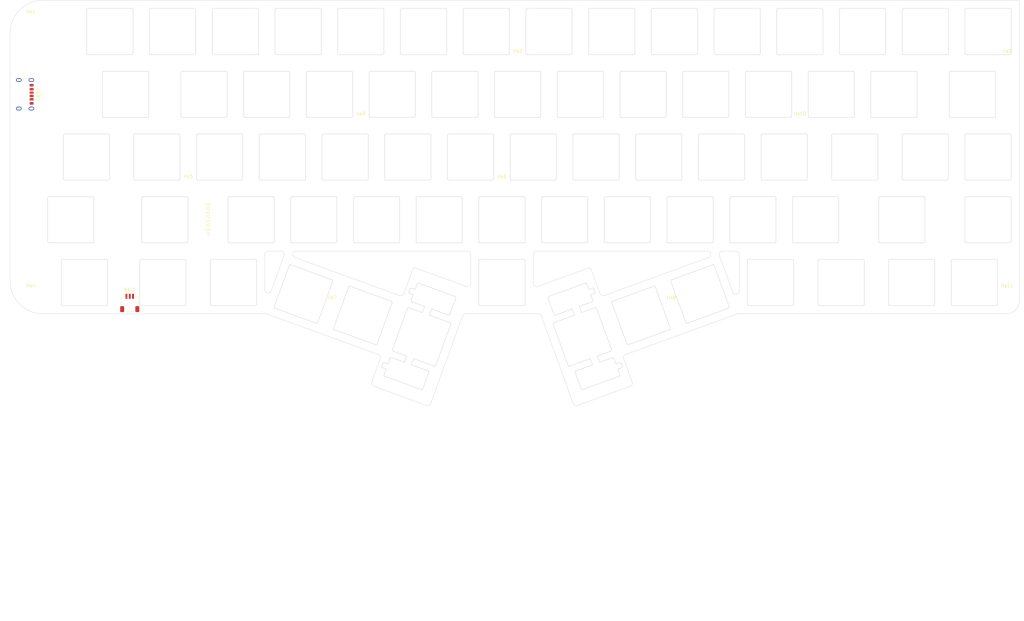
<source format=kicad_pcb>
(kicad_pcb (version 20241229) (generator "pcbnew") (generator_version "9.0")
  (layers (0 "F.Cu" signal) (2 "B.Cu" signal) (13 "F.Paste" user) (15 "B.Paste" user) (5 "F.SilkS" user "F.Silkscreen") (7 "B.SilkS" user "B.Silkscreen") (1 "F.Mask" user) (3 "B.Mask" user) (25 "Edge.Cuts" user))
  (net 0 "")
  (net 4 "Net-(USB1-GND-PadA12)")
  (net 8 "Net-(USB1-VBUS-PadA9)")
  (footprint "tmr-lib:Switch_Cutout" (layer "F.Cu") (at 256.5 19)
    (property "Reference" "S28" (hide yes))
    (property "Value" "SWHole")
    (fp_line (start -7 -6.6) (end -7 6.6) (stroke (width 0.12)) (layer "Edge.Cuts"))
    (fp_line (start -6.6 -7) (end 6.6 -7) (stroke (width 0.12)) (layer "Edge.Cuts"))
    (fp_line (start -6.6 7) (end 6.6 7) (stroke (width 0.12)) (layer "Edge.Cuts"))
    (fp_line (start 7 -6.6) (end 7 6.6) (stroke (width 0.12)) (layer "Edge.Cuts"))
    (fp_arc (start -7 -6.6) (mid -6.882843 -6.882843) (end -6.6 -7) (stroke (width 0.12)) (layer "Edge.Cuts"))
    (fp_arc (start -6.6 7) (mid -6.882843 6.882843) (end -7 6.6) (stroke (width 0.12)) (layer "Edge.Cuts"))
    (fp_arc (start 6.6 -7) (mid 6.882843 -6.882843) (end 7 -6.6) (stroke (width 0.12)) (layer "Edge.Cuts"))
    (fp_arc (start 7 6.6) (mid 6.882843 6.882843) (end 6.6 7) (stroke (width 0.12)) (layer "Edge.Cuts"))
  )
  (footprint "tmr-lib:Switch_Cutout" (layer "F.Cu") (at 19 0)
    (property "Reference" "S1" (hide yes))
    (property "Value" "SWHole")
    (fp_line (start -7 -6.6) (end -7 6.6) (stroke (width 0.12)) (layer "Edge.Cuts"))
    (fp_line (start -6.6 -7) (end 6.6 -7) (stroke (width 0.12)) (layer "Edge.Cuts"))
    (fp_line (start -6.6 7) (end 6.6 7) (stroke (width 0.12)) (layer "Edge.Cuts"))
    (fp_line (start 7 -6.6) (end 7 6.6) (stroke (width 0.12)) (layer "Edge.Cuts"))
    (fp_arc (start -7 -6.6) (mid -6.882843 -6.882843) (end -6.6 -7) (stroke (width 0.12)) (layer "Edge.Cuts"))
    (fp_arc (start -6.6 7) (mid -6.882843 6.882843) (end -7 6.6) (stroke (width 0.12)) (layer "Edge.Cuts"))
    (fp_arc (start 6.6 -7) (mid 6.882843 -6.882843) (end 7 -6.6) (stroke (width 0.12)) (layer "Edge.Cuts"))
    (fp_arc (start 7 6.6) (mid 6.882843 6.882843) (end 6.6 7) (stroke (width 0.12)) (layer "Edge.Cuts"))
  )
  (footprint "tmr-lib:MountingHole_1.6mm" (layer "F.Cu") (at 137.75 46.93)
    (property "Reference" "Hs6")
    (property "Value" "MountingHole")
  )
  (footprint "tmr-lib:Switch_Cutout_2u" (layer "F.Cu") (at 113.4 92.5 70)
    (property "Reference" "S64" (hide yes))
    (property "Value" "SWHole")
    (fp_line (start -12.45 -8.3) (end -11.55 -8.299999) (stroke (width 0.12)) (layer "Edge.Cuts"))
    (fp_line (start -12.85 -7.9) (end -12.85 -6.77) (stroke (width 0.12)) (layer "Edge.Cuts"))
    (fp_line (start -11.15 -7.899999) (end -11.15 -6.77) (stroke (width 0.12)) (layer "Edge.Cuts"))
    (fp_line (start -15 -6.37) (end -15 5.330001) (stroke (width 0.12)) (layer "Edge.Cuts"))
    (fp_line (start -12.85 -6.77) (end -14.6 -6.77) (stroke (width 0.12)) (layer "Edge.Cuts"))
    (fp_line (start -9.4 -6.77) (end -11.15 -6.77) (stroke (width 0.12)) (layer "Edge.Cuts"))
    (fp_line (start -9 -6.37) (end -9 -2.3) (stroke (width 0.12)) (layer "Edge.Cuts"))
    (fp_line (start -6.6 -7) (end 6.6 -7) (stroke (width 0.12)) (layer "Edge.Cuts"))
    (fp_line (start -7 -6.6) (end -7 -2.3) (stroke (width 0.12)) (layer "Edge.Cuts"))
    (fp_line (start -7 -2.3) (end -9 -2.3) (stroke (width 0.12)) (layer "Edge.Cuts"))
    (fp_line (start 11.55 -8.3) (end 12.45 -8.3) (stroke (width 0.12)) (layer "Edge.Cuts"))
    (fp_line (start 7 -6.6) (end 7 -2.3) (stroke (width 0.12)) (layer "Edge.Cuts"))
    (fp_line (start 11.15 -7.9) (end 11.15 -6.77) (stroke (width 0.12)) (layer "Edge.Cuts"))
    (fp_line (start -9 0) (end -9 5.33) (stroke (width 0.12)) (layer "Edge.Cuts"))
    (fp_line (start 12.85 -7.9) (end 12.85 -6.77) (stroke (width 0.12)) (layer "Edge.Cuts"))
    (fp_line (start 9 -6.37) (end 9 -2.3) (stroke (width 0.12)) (layer "Edge.Cuts"))
    (fp_line (start 11.15 -6.77) (end 9.4 -6.77) (stroke (width 0.12)) (layer "Edge.Cuts"))
    (fp_line (start -7 0) (end -9 0) (stroke (width 0.12)) (layer "Edge.Cuts"))
    (fp_line (start 14.6 -6.77) (end 12.85 -6.77) (stroke (width 0.12)) (layer "Edge.Cuts"))
    (fp_line (start 15 -6.37) (end 15 5.33) (stroke (width 0.12)) (layer "Edge.Cuts"))
    (fp_line (start -14.6 5.73) (end -9.4 5.73) (stroke (width 0.12)) (layer "Edge.Cuts"))
    (fp_line (start 9 -2.3) (end 7 -2.3) (stroke (width 0.12)) (layer "Edge.Cuts"))
    (fp_line (start 7 0) (end 7 6.6) (stroke (width 0.12)) (layer "Edge.Cuts"))
    (fp_line (start 9 0) (end 7 0) (stroke (width 0.12)) (layer "Edge.Cuts"))
    (fp_line (start 9 0) (end 9 5.33) (stroke (width 0.12)) (layer "Edge.Cuts"))
    (fp_line (start -7 6.6) (end -7 0) (stroke (width 0.12)) (layer "Edge.Cuts"))
    (fp_line (start -6.6 7) (end 6.6 7) (stroke (width 0.12)) (layer "Edge.Cuts"))
    (fp_line (start 9.4 5.73) (end 14.6 5.73) (stroke (width 0.12)) (layer "Edge.Cuts"))
    (fp_arc (start -12.85 -7.9) (mid -12.732843 -8.182843) (end -12.45 -8.3) (stroke (width 0.12)) (layer "Edge.Cuts"))
    (fp_arc (start -11.55 -8.299999) (mid -11.267157 -8.182842) (end -11.15 -7.899999) (stroke (width 0.12)) (layer "Edge.Cuts"))
    (fp_arc (start -15 -6.37) (mid -14.882843 -6.652844) (end -14.6 -6.77) (stroke (width 0.12)) (layer "Edge.Cuts"))
    (fp_arc (start -9.4 -6.77) (mid -9.117157 -6.652843) (end -9 -6.37) (stroke (width 0.12)) (layer "Edge.Cuts"))
    (fp_arc (start -7 -6.6) (mid -6.882843 -6.882843) (end -6.6 -7) (stroke (width 0.12)) (layer "Edge.Cuts"))
    (fp_arc (start 6.6 -7) (mid 6.882843 -6.882843) (end 7 -6.6) (stroke (width 0.12)) (layer "Edge.Cuts"))
    (fp_arc (start 11.15 -7.9) (mid 11.267156 -8.182843) (end 11.55 -8.3) (stroke (width 0.12)) (layer "Edge.Cuts"))
    (fp_arc (start 12.45 -8.3) (mid 12.732843 -8.182843) (end 12.85 -7.9) (stroke (width 0.12)) (layer "Edge.Cuts"))
    (fp_arc (start 9 -6.37) (mid 9.117157 -6.652843) (end 9.4 -6.77) (stroke (width 0.12)) (layer "Edge.Cuts"))
    (fp_arc (start 14.6 -6.77) (mid 14.882843 -6.652843) (end 15 -6.37) (stroke (width 0.12)) (layer "Edge.Cuts"))
    (fp_arc (start -14.6 5.73) (mid -14.882843 5.612843) (end -15 5.330001) (stroke (width 0.12)) (layer "Edge.Cuts"))
    (fp_arc (start -9 5.33) (mid -9.117157 5.612843) (end -9.4 5.73) (stroke (width 0.12)) (layer "Edge.Cuts"))
    (fp_arc (start -6.6 7) (mid -6.882843 6.882843) (end -7 6.6) (stroke (width 0.12)) (layer "Edge.Cuts"))
    (fp_arc (start 7 6.6) (mid 6.882843 6.882843) (end 6.6 7) (stroke (width 0.12)) (layer "Edge.Cuts"))
    (fp_arc (start 9.4 5.73) (mid 9.117157 5.612842) (end 9 5.33) (stroke (width 0.12)) (layer "Edge.Cuts"))
    (fp_arc (start 15 5.33) (mid 14.882843 5.612843) (end 14.6 5.73) (stroke (width 0.12)) (layer "Edge.Cuts"))
  )
  (footprint "tmr-lib:Switch_Cutout" (layer "F.Cu") (at 213.75 57)
    (property "Reference" "S55" (hide yes))
    (property "Value" "SWHole")
    (fp_line (start -7 -6.6) (end -7 6.6) (stroke (width 0.12)) (layer "Edge.Cuts"))
    (fp_line (start -6.6 -7) (end 6.6 -7) (stroke (width 0.12)) (layer "Edge.Cuts"))
    (fp_line (start -6.6 7) (end 6.6 7) (stroke (width 0.12)) (layer "Edge.Cuts"))
    (fp_line (start 7 -6.6) (end 7 6.6) (stroke (width 0.12)) (layer "Edge.Cuts"))
    (fp_arc (start -7 -6.6) (mid -6.882843 -6.882843) (end -6.6 -7) (stroke (width 0.12)) (layer "Edge.Cuts"))
    (fp_arc (start -6.6 7) (mid -6.882843 6.882843) (end -7 6.6) (stroke (width 0.12)) (layer "Edge.Cuts"))
    (fp_arc (start 6.6 -7) (mid 6.882843 -6.882843) (end 7 -6.6) (stroke (width 0.12)) (layer "Edge.Cuts"))
    (fp_arc (start 7 6.6) (mid 6.882843 6.882843) (end 6.6 7) (stroke (width 0.12)) (layer "Edge.Cuts"))
  )
  (footprint "tmr-lib:Switch_Cutout" (layer "F.Cu") (at 179.9 86 20)
    (property "Reference" "S67" (hide yes))
    (property "Value" "SWHole")
    (fp_line (start -7 -6.6) (end -7 6.6) (stroke (width 0.12)) (layer "Edge.Cuts"))
    (fp_line (start -6.6 -7) (end 6.6 -7) (stroke (width 0.12)) (layer "Edge.Cuts"))
    (fp_line (start -6.6 7) (end 6.6 7) (stroke (width 0.12)) (layer "Edge.Cuts"))
    (fp_line (start 7 -6.6) (end 7 6.6) (stroke (width 0.12)) (layer "Edge.Cuts"))
    (fp_arc (start -7 -6.6) (mid -6.882843 -6.882843) (end -6.6 -7) (stroke (width 0.12)) (layer "Edge.Cuts"))
    (fp_arc (start -6.6 7) (mid -6.882843 6.882843) (end -7 6.6) (stroke (width 0.12)) (layer "Edge.Cuts"))
    (fp_arc (start 6.6 -7) (mid 6.882843 -6.882843) (end 7 -6.6) (stroke (width 0.12)) (layer "Edge.Cuts"))
    (fp_arc (start 7 6.6) (mid 6.882843 6.882843) (end 6.6 7) (stroke (width 0.12)) (layer "Edge.Cuts"))
  )
  (footprint "tmr-lib:Switch_Cutout" (layer "F.Cu") (at 95.6 86 -20)
    (property "Reference" "S63" (hide yes))
    (property "Value" "SWHole")
    (fp_line (start -6.6 7) (end 6.6 7) (stroke (width 0.12)) (layer "Edge.Cuts"))
    (fp_line (start -7 -6.6) (end -7 6.6) (stroke (width 0.12)) (layer "Edge.Cuts"))
    (fp_line (start -6.6 -7) (end 6.6 -7) (stroke (width 0.12)) (layer "Edge.Cuts"))
    (fp_line (start 7 -6.6) (end 7 6.6) (stroke (width 0.12)) (layer "Edge.Cuts"))
    (fp_arc (start -6.6 7) (mid -6.882843 6.882843) (end -7 6.6) (stroke (width 0.12)) (layer "Edge.Cuts"))
    (fp_arc (start -7 -6.6) (mid -6.882843 -6.882843) (end -6.6 -7) (stroke (width 0.12)) (layer "Edge.Cuts"))
    (fp_arc (start 7 6.6) (mid 6.882843 6.882843) (end 6.6 7) (stroke (width 0.12)) (layer "Edge.Cuts"))
    (fp_arc (start 6.6 -7) (mid 6.882843 -6.882843) (end 7 -6.6) (stroke (width 0.12)) (layer "Edge.Cuts"))
  )
  (footprint "tmr-lib:Switch_Cutout" (layer "F.Cu") (at 47.5 19)
    (property "Reference" "S17" (hide yes))
    (property "Value" "SWHole")
    (fp_line (start -7 -6.6) (end -7 6.6) (stroke (width 0.12)) (layer "Edge.Cuts"))
    (fp_line (start -6.6 -7) (end 6.6 -7) (stroke (width 0.12)) (layer "Edge.Cuts"))
    (fp_line (start -6.6 7) (end 6.6 7) (stroke (width 0.12)) (layer "Edge.Cuts"))
    (fp_line (start 7 -6.6) (end 7 6.6) (stroke (width 0.12)) (layer "Edge.Cuts"))
    (fp_arc (start -7 -6.6) (mid -6.882843 -6.882843) (end -6.6 -7) (stroke (width 0.12)) (layer "Edge.Cuts"))
    (fp_arc (start -6.6 7) (mid -6.882843 6.882843) (end -7 6.6) (stroke (width 0.12)) (layer "Edge.Cuts"))
    (fp_arc (start 6.6 -7) (mid 6.882843 -6.882843) (end 7 -6.6) (stroke (width 0.12)) (layer "Edge.Cuts"))
    (fp_arc (start 7 6.6) (mid 6.882843 6.882843) (end 6.6 7) (stroke (width 0.12)) (layer "Edge.Cuts"))
  )
  (footprint "tmr-lib:Switch_Cutout" (layer "F.Cu") (at 285 0)
    (property "Reference" "S15" (hide yes))
    (property "Value" "SWHole")
    (fp_line (start -7 -6.6) (end -7 6.6) (stroke (width 0.12)) (layer "Edge.Cuts"))
    (fp_line (start -6.6 -7) (end 6.6 -7) (stroke (width 0.12)) (layer "Edge.Cuts"))
    (fp_line (start -6.6 7) (end 6.6 7) (stroke (width 0.12)) (layer "Edge.Cuts"))
    (fp_line (start 7 -6.6) (end 7 6.6) (stroke (width 0.12)) (layer "Edge.Cuts"))
    (fp_arc (start -7 -6.6) (mid -6.882843 -6.882843) (end -6.6 -7) (stroke (width 0.12)) (layer "Edge.Cuts"))
    (fp_arc (start -6.6 7) (mid -6.882843 6.882843) (end -7 6.6) (stroke (width 0.12)) (layer "Edge.Cuts"))
    (fp_arc (start 6.6 -7) (mid 6.882843 -6.882843) (end 7 -6.6) (stroke (width 0.12)) (layer "Edge.Cuts"))
    (fp_arc (start 7 6.6) (mid 6.882843 6.882843) (end 6.6 7) (stroke (width 0.12)) (layer "Edge.Cuts"))
  )
  (footprint "tmr-lib:MountingHole_1.6mm" (layer "F.Cu") (at 228 27.93)
    (property "Reference" "Hs10")
    (property "Value" "MountingHole")
  )
  (footprint "tmr-lib:Switch_Cutout" (layer "F.Cu") (at 57 0)
    (property "Reference" "S3" (hide yes))
    (property "Value" "SWHole")
    (fp_line (start -7 -6.6) (end -7 6.6) (stroke (width 0.12)) (layer "Edge.Cuts"))
    (fp_line (start -6.6 -7) (end 6.6 -7) (stroke (width 0.12)) (layer "Edge.Cuts"))
    (fp_line (start -6.6 7) (end 6.6 7) (stroke (width 0.12)) (layer "Edge.Cuts"))
    (fp_line (start 7 -6.6) (end 7 6.6) (stroke (width 0.12)) (layer "Edge.Cuts"))
    (fp_arc (start -7 -6.6) (mid -6.882843 -6.882843) (end -6.6 -7) (stroke (width 0.12)) (layer "Edge.Cuts"))
    (fp_arc (start -6.6 7) (mid -6.882843 6.882843) (end -7 6.6) (stroke (width 0.12)) (layer "Edge.Cuts"))
    (fp_arc (start 6.6 -7) (mid 6.882843 -6.882843) (end 7 -6.6) (stroke (width 0.12)) (layer "Edge.Cuts"))
    (fp_arc (start 7 6.6) (mid 6.882843 6.882843) (end 6.6 7) (stroke (width 0.12)) (layer "Edge.Cuts"))
  )
  (footprint "tmr-lib:Switch_Cutout" (layer "F.Cu") (at 137.75 57)
    (property "Reference" "S51" (hide yes))
    (property "Value" "SWHole")
    (fp_line (start -7 -6.6) (end -7 6.6) (stroke (width 0.12)) (layer "Edge.Cuts"))
    (fp_line (start -6.6 -7) (end 6.6 -7) (stroke (width 0.12)) (layer "Edge.Cuts"))
    (fp_line (start -6.6 7) (end 6.6 7) (stroke (width 0.12)) (layer "Edge.Cuts"))
    (fp_line (start 7 -6.6) (end 7 6.6) (stroke (width 0.12)) (layer "Edge.Cuts"))
    (fp_arc (start -7 -6.6) (mid -6.882843 -6.882843) (end -6.6 -7) (stroke (width 0.12)) (layer "Edge.Cuts"))
    (fp_arc (start -6.6 7) (mid -6.882843 6.882843) (end -7 6.6) (stroke (width 0.12)) (layer "Edge.Cuts"))
    (fp_arc (start 6.6 -7) (mid 6.882843 -6.882843) (end 7 -6.6) (stroke (width 0.12)) (layer "Edge.Cuts"))
    (fp_arc (start 7 6.6) (mid 6.882843 6.882843) (end 6.6 7) (stroke (width 0.12)) (layer "Edge.Cuts"))
  )
  (footprint "Connector_JST:JST_SH_SM03B-SRSS-TB_1x03-1MP_P1.00mm_Horizontal" (layer "F.Cu") (at 25 82.2)
    (property "Reference" "BAT1")
    (property "Value" "Battery_Pack_PS5")
  )
  (footprint "tmr-lib:Switch_Cutout" (layer "F.Cu") (at 90.25 38)
    (property "Reference" "S34" (hide yes))
    (property "Value" "SWHole")
    (fp_line (start -7 -6.6) (end -7 6.6) (stroke (width 0.12)) (layer "Edge.Cuts"))
    (fp_line (start -6.6 -7) (end 6.6 -7) (stroke (width 0.12)) (layer "Edge.Cuts"))
    (fp_line (start -6.6 7) (end 6.6 7) (stroke (width 0.12)) (layer "Edge.Cuts"))
    (fp_line (start 7 -6.6) (end 7 6.6) (stroke (width 0.12)) (layer "Edge.Cuts"))
    (fp_arc (start -7 -6.6) (mid -6.882843 -6.882843) (end -6.6 -7) (stroke (width 0.12)) (layer "Edge.Cuts"))
    (fp_arc (start -6.6 7) (mid -6.882843 6.882843) (end -7 6.6) (stroke (width 0.12)) (layer "Edge.Cuts"))
    (fp_arc (start 6.6 -7) (mid 6.882843 -6.882843) (end 7 -6.6) (stroke (width 0.12)) (layer "Edge.Cuts"))
    (fp_arc (start 7 6.6) (mid 6.882843 6.882843) (end 6.6 7) (stroke (width 0.12)) (layer "Edge.Cuts"))
  )
  (footprint "tmr-lib:Switch_Cutout" (layer "F.Cu") (at 80.75 57)
    (property "Reference" "S48" (hide yes))
    (property "Value" "SWHole")
    (fp_line (start -7 -6.6) (end -7 6.6) (stroke (width 0.12)) (layer "Edge.Cuts"))
    (fp_line (start -6.6 -7) (end 6.6 -7) (stroke (width 0.12)) (layer "Edge.Cuts"))
    (fp_line (start -6.6 7) (end 6.6 7) (stroke (width 0.12)) (layer "Edge.Cuts"))
    (fp_line (start 7 -6.6) (end 7 6.6) (stroke (width 0.12)) (layer "Edge.Cuts"))
    (fp_arc (start -7 -6.6) (mid -6.882843 -6.882843) (end -6.6 -7) (stroke (width 0.12)) (layer "Edge.Cuts"))
    (fp_arc (start -6.6 7) (mid -6.882843 6.882843) (end -7 6.6) (stroke (width 0.12)) (layer "Edge.Cuts"))
    (fp_arc (start 6.6 -7) (mid 6.882843 -6.882843) (end 7 -6.6) (stroke (width 0.12)) (layer "Edge.Cuts"))
    (fp_arc (start 7 6.6) (mid 6.882843 6.882843) (end 6.6 7) (stroke (width 0.12)) (layer "Edge.Cuts"))
  )
  (footprint "tmr-lib:Switch_Cutout" (layer "F.Cu") (at 166.25 38)
    (property "Reference" "S38" (hide yes))
    (property "Value" "SWHole")
    (fp_line (start -7 -6.6) (end -7 6.6) (stroke (width 0.12)) (layer "Edge.Cuts"))
    (fp_line (start -6.6 -7) (end 6.6 -7) (stroke (width 0.12)) (layer "Edge.Cuts"))
    (fp_line (start -6.6 7) (end 6.6 7) (stroke (width 0.12)) (layer "Edge.Cuts"))
    (fp_line (start 7 -6.6) (end 7 6.6) (stroke (width 0.12)) (layer "Edge.Cuts"))
    (fp_arc (start -7 -6.6) (mid -6.882843 -6.882843) (end -6.6 -7) (stroke (width 0.12)) (layer "Edge.Cuts"))
    (fp_arc (start -6.6 7) (mid -6.882843 6.882843) (end -7 6.6) (stroke (width 0.12)) (layer "Edge.Cuts"))
    (fp_arc (start 6.6 -7) (mid 6.882843 -6.882843) (end 7 -6.6) (stroke (width 0.12)) (layer "Edge.Cuts"))
    (fp_arc (start 7 6.6) (mid 6.882843 6.882843) (end 6.6 7) (stroke (width 0.12)) (layer "Edge.Cuts"))
  )
  (footprint "tmr-lib:Switch_Cutout_1.75u" (layer "F.Cu") (at 258.875 57)
    (property "Reference" "S57" (hide yes))
    (property "Value" "SWHole")
    (fp_line (start -7 -6.6) (end -7 6.6) (stroke (width 0.12)) (layer "Edge.Cuts"))
    (fp_line (start -6.6 -7) (end 6.6 -7) (stroke (width 0.12)) (layer "Edge.Cuts"))
    (fp_line (start -6.6 7) (end 6.6 7) (stroke (width 0.12)) (layer "Edge.Cuts"))
    (fp_line (start 7 -6.6) (end 7 6.6) (stroke (width 0.12)) (layer "Edge.Cuts"))
    (fp_arc (start -7 -6.6) (mid -6.882843 -6.882843) (end -6.6 -7) (stroke (width 0.12)) (layer "Edge.Cuts"))
    (fp_arc (start -6.6 7) (mid -6.882843 6.882843) (end -7 6.6) (stroke (width 0.12)) (layer "Edge.Cuts"))
    (fp_arc (start 6.6 -7) (mid 6.882843 -6.882843) (end 7 -6.6) (stroke (width 0.12)) (layer "Edge.Cuts"))
    (fp_arc (start 7 6.6) (mid 6.882843 6.882843) (end 6.6 7) (stroke (width 0.12)) (layer "Edge.Cuts"))
  )
  (footprint "tmr-lib:Switch_Cutout" (layer "F.Cu") (at 223.25 38)
    (property "Reference" "S41" (hide yes))
    (property "Value" "SWHole")
    (fp_line (start -7 -6.6) (end -7 6.6) (stroke (width 0.12)) (layer "Edge.Cuts"))
    (fp_line (start -6.6 -7) (end 6.6 -7) (stroke (width 0.12)) (layer "Edge.Cuts"))
    (fp_line (start -6.6 7) (end 6.6 7) (stroke (width 0.12)) (layer "Edge.Cuts"))
    (fp_line (start 7 -6.6) (end 7 6.6) (stroke (width 0.12)) (layer "Edge.Cuts"))
    (fp_arc (start -7 -6.6) (mid -6.882843 -6.882843) (end -6.6 -7) (stroke (width 0.12)) (layer "Edge.Cuts"))
    (fp_arc (start -6.6 7) (mid -6.882843 6.882843) (end -7 6.6) (stroke (width 0.12)) (layer "Edge.Cuts"))
    (fp_arc (start 6.6 -7) (mid 6.882843 -6.882843) (end 7 -6.6) (stroke (width 0.12)) (layer "Edge.Cuts"))
    (fp_arc (start 7 6.6) (mid 6.882843 6.882843) (end 6.6 7) (stroke (width 0.12)) (layer "Edge.Cuts"))
  )
  (footprint "tmr-lib:Switch_Cutout" (layer "F.Cu") (at 147.25 38)
    (property "Reference" "S37" (hide yes))
    (property "Value" "SWHole")
    (fp_line (start -7 -6.6) (end -7 6.6) (stroke (width 0.12)) (layer "Edge.Cuts"))
    (fp_line (start -6.6 -7) (end 6.6 -7) (stroke (width 0.12)) (layer "Edge.Cuts"))
    (fp_line (start -6.6 7) (end 6.6 7) (stroke (width 0.12)) (layer "Edge.Cuts"))
    (fp_line (start 7 -6.6) (end 7 6.6) (stroke (width 0.12)) (layer "Edge.Cuts"))
    (fp_arc (start -7 -6.6) (mid -6.882843 -6.882843) (end -6.6 -7) (stroke (width 0.12)) (layer "Edge.Cuts"))
    (fp_arc (start -6.6 7) (mid -6.882843 6.882843) (end -7 6.6) (stroke (width 0.12)) (layer "Edge.Cuts"))
    (fp_arc (start 6.6 -7) (mid 6.882843 -6.882843) (end 7 -6.6) (stroke (width 0.12)) (layer "Edge.Cuts"))
    (fp_arc (start 7 6.6) (mid 6.882843 6.882843) (end 6.6 7) (stroke (width 0.12)) (layer "Edge.Cuts"))
  )
  (footprint "tmr-lib:Switch_Cutout" (layer "F.Cu") (at 56.4 76)
    (property "Reference" "S61" (hide yes))
    (property "Value" "SWHole")
    (fp_line (start -7 -6.6) (end -7 6.6) (stroke (width 0.12)) (layer "Edge.Cuts"))
    (fp_line (start -6.6 -7) (end 6.6 -7) (stroke (width 0.12)) (layer "Edge.Cuts"))
    (fp_line (start -6.6 7) (end 6.6 7) (stroke (width 0.12)) (layer "Edge.Cuts"))
    (fp_line (start 7 -6.6) (end 7 6.6) (stroke (width 0.12)) (layer "Edge.Cuts"))
    (fp_arc (start -7 -6.6) (mid -6.882843 -6.882843) (end -6.6 -7) (stroke (width 0.12)) (layer "Edge.Cuts"))
    (fp_arc (start -6.6 7) (mid -6.882843 6.882843) (end -7 6.6) (stroke (width 0.12)) (layer "Edge.Cuts"))
    (fp_arc (start 6.6 -7) (mid 6.882843 -6.882843) (end 7 -6.6) (stroke (width 0.12)) (layer "Edge.Cuts"))
    (fp_arc (start 7 6.6) (mid 6.882843 6.882843) (end 6.6 7) (stroke (width 0.12)) (layer "Edge.Cuts"))
  )
  (footprint "tmr-lib:Switch_Cutout" (layer "F.Cu") (at 156.75 57)
    (property "Reference" "S52" (hide yes))
    (property "Value" "SWHole")
    (fp_line (start -7 -6.6) (end -7 6.6) (stroke (width 0.12)) (layer "Edge.Cuts"))
    (fp_line (start -6.6 -7) (end 6.6 -7) (stroke (width 0.12)) (layer "Edge.Cuts"))
    (fp_line (start -6.6 7) (end 6.6 7) (stroke (width 0.12)) (layer "Edge.Cuts"))
    (fp_line (start 7 -6.6) (end 7 6.6) (stroke (width 0.12)) (layer "Edge.Cuts"))
    (fp_arc (start -7 -6.6) (mid -6.882843 -6.882843) (end -6.6 -7) (stroke (width 0.12)) (layer "Edge.Cuts"))
    (fp_arc (start -6.6 7) (mid -6.882843 6.882843) (end -7 6.6) (stroke (width 0.12)) (layer "Edge.Cuts"))
    (fp_arc (start 6.6 -7) (mid 6.882843 -6.882843) (end 7 -6.6) (stroke (width 0.12)) (layer "Edge.Cuts"))
    (fp_arc (start 7 6.6) (mid 6.882843 6.882843) (end 6.6 7) (stroke (width 0.12)) (layer "Edge.Cuts"))
  )
  (footprint "tmr-lib:Switch_Cutout" (layer "F.Cu") (at 128.25 38)
    (property "Reference" "S36" (hide yes))
    (property "Value" "SWHole")
    (fp_line (start -7 -6.6) (end -7 6.6) (stroke (width 0.12)) (layer "Edge.Cuts"))
    (fp_line (start -6.6 -7) (end 6.6 -7) (stroke (width 0.12)) (layer "Edge.Cuts"))
    (fp_line (start -6.6 7) (end 6.6 7) (stroke (width 0.12)) (layer "Edge.Cuts"))
    (fp_line (start 7 -6.6) (end 7 6.6) (stroke (width 0.12)) (layer "Edge.Cuts"))
    (fp_arc (start -7 -6.6) (mid -6.882843 -6.882843) (end -6.6 -7) (stroke (width 0.12)) (layer "Edge.Cuts"))
    (fp_arc (start -6.6 7) (mid -6.882843 6.882843) (end -7 6.6) (stroke (width 0.12)) (layer "Edge.Cuts"))
    (fp_arc (start 6.6 -7) (mid 6.882843 -6.882843) (end 7 -6.6) (stroke (width 0.12)) (layer "Edge.Cuts"))
    (fp_arc (start 7 6.6) (mid 6.882843 6.882843) (end 6.6 7) (stroke (width 0.12)) (layer "Edge.Cuts"))
  )
  (footprint "tmr-lib:MountingHole_1.6mm" (layer "F.Cu") (at -5 80)
    (property "Reference" "Hs4")
    (property "Value" "MountingHole")
  )
  (footprint "tmr-lib:Switch_Cutout_1.25u" (layer "F.Cu") (at 11.275 76)
    (property "Reference" "S59" (hide yes))
    (property "Value" "SWHole")
    (fp_line (start -7 -6.6) (end -7 6.6) (stroke (width 0.12)) (layer "Edge.Cuts"))
    (fp_line (start -6.6 -7) (end 6.6 -7) (stroke (width 0.12)) (layer "Edge.Cuts"))
    (fp_line (start -6.6 7) (end 6.6 7) (stroke (width 0.12)) (layer "Edge.Cuts"))
    (fp_line (start 7 -6.6) (end 7 6.6) (stroke (width 0.12)) (layer "Edge.Cuts"))
    (fp_arc (start -7 -6.6) (mid -6.882843 -6.882843) (end -6.6 -7) (stroke (width 0.12)) (layer "Edge.Cuts"))
    (fp_arc (start -6.6 7) (mid -6.882843 6.882843) (end -7 6.6) (stroke (width 0.12)) (layer "Edge.Cuts"))
    (fp_arc (start 6.6 -7) (mid 6.882843 -6.882843) (end 7 -6.6) (stroke (width 0.12)) (layer "Edge.Cuts"))
    (fp_arc (start 7 6.6) (mid 6.882843 6.882843) (end 6.6 7) (stroke (width 0.12)) (layer "Edge.Cuts"))
  )
  (footprint "tmr-lib:Switch_Cutout" (layer "F.Cu") (at 77.625 79.5 -20)
    (property "Reference" "S62" (hide yes))
    (property "Value" "SWHole")
    (fp_line (start -6.6 7) (end 6.6 7) (stroke (width 0.12)) (layer "Edge.Cuts"))
    (fp_line (start -7 -6.6) (end -7 6.6) (stroke (width 0.12)) (layer "Edge.Cuts"))
    (fp_line (start -6.6 -7) (end 6.6 -7) (stroke (width 0.12)) (layer "Edge.Cuts"))
    (fp_line (start 7 -6.6) (end 7 6.6) (stroke (width 0.12)) (layer "Edge.Cuts"))
    (fp_arc (start -6.6 7) (mid -6.882843 6.882843) (end -7 6.6) (stroke (width 0.12)) (layer "Edge.Cuts"))
    (fp_arc (start -7 -6.6) (mid -6.882843 -6.882843) (end -6.6 -7) (stroke (width 0.12)) (layer "Edge.Cuts"))
    (fp_arc (start 7 6.6) (mid 6.882843 6.882843) (end 6.6 7) (stroke (width 0.12)) (layer "Edge.Cuts"))
    (fp_arc (start 6.6 -7) (mid 6.882843 -6.882843) (end 7 -6.6) (stroke (width 0.12)) (layer "Edge.Cuts"))
  )
  (footprint "tmr-lib:Switch_Cutout" (layer "F.Cu") (at 118.75 57)
    (property "Reference" "S50" (hide yes))
    (property "Value" "SWHole")
    (fp_line (start -7 -6.6) (end -7 6.6) (stroke (width 0.12)) (layer "Edge.Cuts"))
    (fp_line (start -6.6 -7) (end 6.6 -7) (stroke (width 0.12)) (layer "Edge.Cuts"))
    (fp_line (start -6.6 7) (end 6.6 7) (stroke (width 0.12)) (layer "Edge.Cuts"))
    (fp_line (start 7 -6.6) (end 7 6.6) (stroke (width 0.12)) (layer "Edge.Cuts"))
    (fp_arc (start -7 -6.6) (mid -6.882843 -6.882843) (end -6.6 -7) (stroke (width 0.12)) (layer "Edge.Cuts"))
    (fp_arc (start -6.6 7) (mid -6.882843 6.882843) (end -7 6.6) (stroke (width 0.12)) (layer "Edge.Cuts"))
    (fp_arc (start 6.6 -7) (mid 6.882843 -6.882843) (end 7 -6.6) (stroke (width 0.12)) (layer "Edge.Cuts"))
    (fp_arc (start 7 6.6) (mid 6.882843 6.882843) (end 6.6 7) (stroke (width 0.12)) (layer "Edge.Cuts"))
  )
  (footprint "tmr-lib:Switch_Cutout" (layer "F.Cu") (at 197.75 79.5 20)
    (property "Reference" "S68" (hide yes))
    (property "Value" "SWHole")
    (fp_line (start -7 -6.6) (end -7 6.6) (stroke (width 0.12)) (layer "Edge.Cuts"))
    (fp_line (start -6.6 -7) (end 6.6 -7) (stroke (width 0.12)) (layer "Edge.Cuts"))
    (fp_line (start -6.6 7) (end 6.6 7) (stroke (width 0.12)) (layer "Edge.Cuts"))
    (fp_line (start 7 -6.6) (end 7 6.6) (stroke (width 0.12)) (layer "Edge.Cuts"))
    (fp_arc (start -7 -6.6) (mid -6.882843 -6.882843) (end -6.6 -7) (stroke (width 0.12)) (layer "Edge.Cuts"))
    (fp_arc (start -6.6 7) (mid -6.882843 6.882843) (end -7 6.6) (stroke (width 0.12)) (layer "Edge.Cuts"))
    (fp_arc (start 6.6 -7) (mid 6.882843 -6.882843) (end 7 -6.6) (stroke (width 0.12)) (layer "Edge.Cuts"))
    (fp_arc (start 7 6.6) (mid 6.882843 6.882843) (end 6.6 7) (stroke (width 0.12)) (layer "Edge.Cuts"))
  )
  (footprint "tmr-lib:Switch_Cutout" (layer "F.Cu") (at 266 0)
    (property "Reference" "S14" (hide yes))
    (property "Value" "SWHole")
    (fp_line (start -7 -6.6) (end -7 6.6) (stroke (width 0.12)) (layer "Edge.Cuts"))
    (fp_line (start -6.6 -7) (end 6.6 -7) (stroke (width 0.12)) (layer "Edge.Cuts"))
    (fp_line (start -6.6 7) (end 6.6 7) (stroke (width 0.12)) (layer "Edge.Cuts"))
    (fp_line (start 7 -6.6) (end 7 6.6) (stroke (width 0.12)) (layer "Edge.Cuts"))
    (fp_arc (start -7 -6.6) (mid -6.882843 -6.882843) (end -6.6 -7) (stroke (width 0.12)) (layer "Edge.Cuts"))
    (fp_arc (start -6.6 7) (mid -6.882843 6.882843) (end -7 6.6) (stroke (width 0.12)) (layer "Edge.Cuts"))
    (fp_arc (start 6.6 -7) (mid 6.882843 -6.882843) (end 7 -6.6) (stroke (width 0.12)) (layer "Edge.Cuts"))
    (fp_arc (start 7 6.6) (mid 6.882843 6.882843) (end 6.6 7) (stroke (width 0.12)) (layer "Edge.Cuts"))
  )
  (footprint "tmr-lib:MountingHole_1.6mm" (layer "F.Cu") (at 142.5 8.93)
    (property "Reference" "Hs2")
    (property "Value" "MountingHole")
  )
  (footprint "tmr-lib:Switch_Cutout" (layer "F.Cu") (at 142.5 19)
    (property "Reference" "S22" (hide yes))
    (property "Value" "SWHole")
    (fp_line (start -7 -6.6) (end -7 6.6) (stroke (width 0.12)) (layer "Edge.Cuts"))
    (fp_line (start -6.6 -7) (end 6.6 -7) (stroke (width 0.12)) (layer "Edge.Cuts"))
    (fp_line (start -6.6 7) (end 6.6 7) (stroke (width 0.12)) (layer "Edge.Cuts"))
    (fp_line (start 7 -6.6) (end 7 6.6) (stroke (width 0.12)) (layer "Edge.Cuts"))
    (fp_arc (start -7 -6.6) (mid -6.882843 -6.882843) (end -6.6 -7) (stroke (width 0.12)) (layer "Edge.Cuts"))
    (fp_arc (start -6.6 7) (mid -6.882843 6.882843) (end -7 6.6) (stroke (width 0.12)) (layer "Edge.Cuts"))
    (fp_arc (start 6.6 -7) (mid 6.882843 -6.882843) (end 7 -6.6) (stroke (width 0.12)) (layer "Edge.Cuts"))
    (fp_arc (start 7 6.6) (mid 6.882843 6.882843) (end 6.6 7) (stroke (width 0.12)) (layer "Edge.Cuts"))
  )
  (footprint "tmr-lib:Switch_Cutout" (layer "F.Cu") (at 261.85 76)
    (property "Reference" "S71" (hide yes))
    (property "Value" "SWHole")
    (fp_line (start -7 -6.6) (end -7 6.6) (stroke (width 0.12)) (layer "Edge.Cuts"))
    (fp_line (start -6.6 -7) (end 6.6 -7) (stroke (width 0.12)) (layer "Edge.Cuts"))
    (fp_line (start -6.6 7) (end 6.6 7) (stroke (width 0.12)) (layer "Edge.Cuts"))
    (fp_line (start 7 -6.6) (end 7 6.6) (stroke (width 0.12)) (layer "Edge.Cuts"))
    (fp_arc (start -7 -6.6) (mid -6.882843 -6.882843) (end -6.6 -7) (stroke (width 0.12)) (layer "Edge.Cuts"))
    (fp_arc (start -6.6 7) (mid -6.882843 6.882843) (end -7 6.6) (stroke (width 0.12)) (layer "Edge.Cuts"))
    (fp_arc (start 6.6 -7) (mid 6.882843 -6.882843) (end 7 -6.6) (stroke (width 0.12)) (layer "Edge.Cuts"))
    (fp_arc (start 7 6.6) (mid 6.882843 6.882843) (end 6.6 7) (stroke (width 0.12)) (layer "Edge.Cuts"))
  )
  (footprint "tmr-lib:Switch_Cutout" (layer "F.Cu") (at 280.25 19)
    (property "Reference" "S29" (hide yes))
    (property "Value" "SWHole")
    (fp_line (start -7 -6.6) (end -7 6.6) (stroke (width 0.12)) (layer "Edge.Cuts"))
    (fp_line (start -6.6 -7) (end 6.6 -7) (stroke (width 0.12)) (layer "Edge.Cuts"))
    (fp_line (start -6.6 7) (end 6.6 7) (stroke (width 0.12)) (layer "Edge.Cuts"))
    (fp_line (start 7 -6.6) (end 7 6.6) (stroke (width 0.12)) (layer "Edge.Cuts"))
    (fp_arc (start -7 -6.6) (mid -6.882843 -6.882843) (end -6.6 -7) (stroke (width 0.12)) (layer "Edge.Cuts"))
    (fp_arc (start -6.6 7) (mid -6.882843 6.882843) (end -7 6.6) (stroke (width 0.12)) (layer "Edge.Cuts"))
    (fp_arc (start 6.6 -7) (mid 6.882843 -6.882843) (end 7 -6.6) (stroke (width 0.12)) (layer "Edge.Cuts"))
    (fp_arc (start 7 6.6) (mid 6.882843 6.882843) (end 6.6 7) (stroke (width 0.12)) (layer "Edge.Cuts"))
  )
  (footprint "tmr-lib:Switch_Cutout" (layer "F.Cu") (at 228 0)
    (property "Reference" "S12" (hide yes))
    (property "Value" "SWHole")
    (fp_line (start -7 -6.6) (end -7 6.6) (stroke (width 0.12)) (layer "Edge.Cuts"))
    (fp_line (start -6.6 -7) (end 6.6 -7) (stroke (width 0.12)) (layer "Edge.Cuts"))
    (fp_line (start -6.6 7) (end 6.6 7) (stroke (width 0.12)) (layer "Edge.Cuts"))
    (fp_line (start 7 -6.6) (end 7 6.6) (stroke (width 0.12)) (layer "Edge.Cuts"))
    (fp_arc (start -7 -6.6) (mid -6.882843 -6.882843) (end -6.6 -7) (stroke (width 0.12)) (layer "Edge.Cuts"))
    (fp_arc (start -6.6 7) (mid -6.882843 6.882843) (end -7 6.6) (stroke (width 0.12)) (layer "Edge.Cuts"))
    (fp_arc (start 6.6 -7) (mid 6.882843 -6.882843) (end 7 -6.6) (stroke (width 0.12)) (layer "Edge.Cuts"))
    (fp_arc (start 7 6.6) (mid 6.882843 6.882843) (end 6.6 7) (stroke (width 0.12)) (layer "Edge.Cuts"))
  )
  (footprint "tmr-lib:Switch_Cutout" (layer "F.Cu") (at 219.1 76)
    (property "Reference" "S69" (hide yes))
    (property "Value" "SWHole")
    (fp_line (start -7 -6.6) (end -7 6.6) (stroke (width 0.12)) (layer "Edge.Cuts"))
    (fp_line (start -6.6 -7) (end 6.6 -7) (stroke (width 0.12)) (layer "Edge.Cuts"))
    (fp_line (start -6.6 7) (end 6.6 7) (stroke (width 0.12)) (layer "Edge.Cuts"))
    (fp_line (start 7 -6.6) (end 7 6.6) (stroke (width 0.12)) (layer "Edge.Cuts"))
    (fp_arc (start -7 -6.6) (mid -6.882843 -6.882843) (end -6.6 -7) (stroke (width 0.12)) (layer "Edge.Cuts"))
    (fp_arc (start -6.6 7) (mid -6.882843 6.882843) (end -7 6.6) (stroke (width 0.12)) (layer "Edge.Cuts"))
    (fp_arc (start 6.6 -7) (mid 6.882843 -6.882843) (end 7 -6.6) (stroke (width 0.12)) (layer "Edge.Cuts"))
    (fp_arc (start 7 6.6) (mid 6.882843 6.882843) (end 6.6 7) (stroke (width 0.12)) (layer "Edge.Cuts"))
  )
  (footprint "tmr-lib:Switch_Cutout" (layer "F.Cu") (at 66.5 19)
    (property "Reference" "S18" (hide yes))
    (property "Value" "SWHole")
    (fp_line (start -7 -6.6) (end -7 6.6) (stroke (width 0.12)) (layer "Edge.Cuts"))
    (fp_line (start -6.6 -7) (end 6.6 -7) (stroke (width 0.12)) (layer "Edge.Cuts"))
    (fp_line (start -6.6 7) (end 6.6 7) (stroke (width 0.12)) (layer "Edge.Cuts"))
    (fp_line (start 7 -6.6) (end 7 6.6) (stroke (width 0.12)) (layer "Edge.Cuts"))
    (fp_arc (start -7 -6.6) (mid -6.882843 -6.882843) (end -6.6 -7) (stroke (width 0.12)) (layer "Edge.Cuts"))
    (fp_arc (start -6.6 7) (mid -6.882843 6.882843) (end -7 6.6) (stroke (width 0.12)) (layer "Edge.Cuts"))
    (fp_arc (start 6.6 -7) (mid 6.882843 -6.882843) (end 7 -6.6) (stroke (width 0.12)) (layer "Edge.Cuts"))
    (fp_arc (start 7 6.6) (mid 6.882843 6.882843) (end 6.6 7) (stroke (width 0.12)) (layer "Edge.Cuts"))
  )
  (footprint "tmr-lib:Switch_Cutout" (layer "F.Cu") (at 194.75 57)
    (property "Reference" "S54" (hide yes))
    (property "Value" "SWHole")
    (fp_line (start -7 -6.6) (end -7 6.6) (stroke (width 0.12)) (layer "Edge.Cuts"))
    (fp_line (start -6.6 -7) (end 6.6 -7) (stroke (width 0.12)) (layer "Edge.Cuts"))
    (fp_line (start -6.6 7) (end 6.6 7) (stroke (width 0.12)) (layer "Edge.Cuts"))
    (fp_line (start 7 -6.6) (end 7 6.6) (stroke (width 0.12)) (layer "Edge.Cuts"))
    (fp_arc (start -7 -6.6) (mid -6.882843 -6.882843) (end -6.6 -7) (stroke (width 0.12)) (layer "Edge.Cuts"))
    (fp_arc (start -6.6 7) (mid -6.882843 6.882843) (end -7 6.6) (stroke (width 0.12)) (layer "Edge.Cuts"))
    (fp_arc (start 6.6 -7) (mid 6.882843 -6.882843) (end 7 -6.6) (stroke (width 0.12)) (layer "Edge.Cuts"))
    (fp_arc (start 7 6.6) (mid 6.882843 6.882843) (end 6.6 7) (stroke (width 0.12)) (layer "Edge.Cuts"))
  )
  (footprint "tmr-lib:MountingHole_1.6mm" (layer "F.Cu") (at 290.75 80)
    (property "Reference" "Hs11")
    (property "Value" "MountingHole")
  )
  (footprint "tmr-lib:Switch_Cutout" (layer "F.Cu") (at 204.25 38)
    (property "Reference" "S40" (hide yes))
    (property "Value" "SWHole")
    (fp_line (start -7 -6.6) (end -7 6.6) (stroke (width 0.12)) (layer "Edge.Cuts"))
    (fp_line (start -6.6 -7) (end 6.6 -7) (stroke (width 0.12)) (layer "Edge.Cuts"))
    (fp_line (start -6.6 7) (end 6.6 7) (stroke (width 0.12)) (layer "Edge.Cuts"))
    (fp_line (start 7 -6.6) (end 7 6.6) (stroke (width 0.12)) (layer "Edge.Cuts"))
    (fp_arc (start -7 -6.6) (mid -6.882843 -6.882843) (end -6.6 -7) (stroke (width 0.12)) (layer "Edge.Cuts"))
    (fp_arc (start -6.6 7) (mid -6.882843 6.882843) (end -7 6.6) (stroke (width 0.12)) (layer "Edge.Cuts"))
    (fp_arc (start 6.6 -7) (mid 6.882843 -6.882843) (end 7 -6.6) (stroke (width 0.12)) (layer "Edge.Cuts"))
    (fp_arc (start 7 6.6) (mid 6.882843 6.882843) (end 6.6 7) (stroke (width 0.12)) (layer "Edge.Cuts"))
  )
  (footprint "tmr-lib:MountingHole_1.6mm" (layer "F.Cu") (at 86.355 83.6)
    (property "Reference" "Hs7")
    (property "Value" "MountingHole")
  )
  (footprint "tmr-lib:Switch_Cutout" (layer "F.Cu") (at 38 0)
    (property "Reference" "S2" (hide yes))
    (property "Value" "SWHole")
    (fp_line (start -7 -6.6) (end -7 6.6) (stroke (width 0.12)) (layer "Edge.Cuts"))
    (fp_line (start -6.6 -7) (end 6.6 -7) (stroke (width 0.12)) (layer "Edge.Cuts"))
    (fp_line (start -6.6 7) (end 6.6 7) (stroke (width 0.12)) (layer "Edge.Cuts"))
    (fp_line (start 7 -6.6) (end 7 6.6) (stroke (width 0.12)) (layer "Edge.Cuts"))
    (fp_arc (start -7 -6.6) (mid -6.882843 -6.882843) (end -6.6 -7) (stroke (width 0.12)) (layer "Edge.Cuts"))
    (fp_arc (start -6.6 7) (mid -6.882843 6.882843) (end -7 6.6) (stroke (width 0.12)) (layer "Edge.Cuts"))
    (fp_arc (start 6.6 -7) (mid 6.882843 -6.882843) (end 7 -6.6) (stroke (width 0.12)) (layer "Edge.Cuts"))
    (fp_arc (start 7 6.6) (mid 6.882843 6.882843) (end 6.6 7) (stroke (width 0.12)) (layer "Edge.Cuts"))
  )
  (footprint "tmr-lib:MountingHole_1.6mm" (layer "F.Cu") (at 95 27.93)
    (property "Reference" "Hs9")
    (property "Value" "MountingHole")
  )
  (footprint "tmr-lib:Switch_Cutout" (layer "F.Cu") (at 180.5 19)
    (property "Reference" "S24" (hide yes))
    (property "Value" "SWHole")
    (fp_line (start -7 -6.6) (end -7 6.6) (stroke (width 0.12)) (layer "Edge.Cuts"))
    (fp_line (start -6.6 -7) (end 6.6 -7) (stroke (width 0.12)) (layer "Edge.Cuts"))
    (fp_line (start -6.6 7) (end 6.6 7) (stroke (width 0.12)) (layer "Edge.Cuts"))
    (fp_line (start 7 -6.6) (end 7 6.6) (stroke (width 0.12)) (layer "Edge.Cuts"))
    (fp_arc (start -7 -6.6) (mid -6.882843 -6.882843) (end -6.6 -7) (stroke (width 0.12)) (layer "Edge.Cuts"))
    (fp_arc (start -6.6 7) (mid -6.882843 6.882843) (end -7 6.6) (stroke (width 0.12)) (layer "Edge.Cuts"))
    (fp_arc (start 6.6 -7) (mid 6.882843 -6.882843) (end 7 -6.6) (stroke (width 0.12)) (layer "Edge.Cuts"))
    (fp_arc (start 7 6.6) (mid 6.882843 6.882843) (end 6.6 7) (stroke (width 0.12)) (layer "Edge.Cuts"))
  )
  (footprint "tmr-lib:Switch_Cutout_1.25u" (layer "F.Cu") (at 35.025 76)
    (property "Reference" "S60" (hide yes))
    (property "Value" "SWHole")
    (fp_line (start -7 -6.6) (end -7 6.6) (stroke (width 0.12)) (layer "Edge.Cuts"))
    (fp_line (start -6.6 -7) (end 6.6 -7) (stroke (width 0.12)) (layer "Edge.Cuts"))
    (fp_line (start -6.6 7) (end 6.6 7) (stroke (width 0.12)) (layer "Edge.Cuts"))
    (fp_line (start 7 -6.6) (end 7 6.6) (stroke (width 0.12)) (layer "Edge.Cuts"))
    (fp_arc (start -7 -6.6) (mid -6.882843 -6.882843) (end -6.6 -7) (stroke (width 0.12)) (layer "Edge.Cuts"))
    (fp_arc (start -6.6 7) (mid -6.882843 6.882843) (end -7 6.6) (stroke (width 0.12)) (layer "Edge.Cuts"))
    (fp_arc (start 6.6 -7) (mid 6.882843 -6.882843) (end 7 -6.6) (stroke (width 0.12)) (layer "Edge.Cuts"))
    (fp_arc (start 7 6.6) (mid 6.882843 6.882843) (end 6.6 7) (stroke (width 0.12)) (layer "Edge.Cuts"))
  )
  (footprint "tmr-lib:Switch_Cutout" (layer "F.Cu") (at 99.75 57)
    (property "Reference" "S49" (hide yes))
    (property "Value" "SWHole")
    (fp_line (start -7 -6.6) (end -7 6.6) (stroke (width 0.12)) (layer "Edge.Cuts"))
    (fp_line (start -6.6 -7) (end 6.6 -7) (stroke (width 0.12)) (layer "Edge.Cuts"))
    (fp_line (start -6.6 7) (end 6.6 7) (stroke (width 0.12)) (layer "Edge.Cuts"))
    (fp_line (start 7 -6.6) (end 7 6.6) (stroke (width 0.12)) (layer "Edge.Cuts"))
    (fp_arc (start -7 -6.6) (mid -6.882843 -6.882843) (end -6.6 -7) (stroke (width 0.12)) (layer "Edge.Cuts"))
    (fp_arc (start -6.6 7) (mid -6.882843 6.882843) (end -7 6.6) (stroke (width 0.12)) (layer "Edge.Cuts"))
    (fp_arc (start 6.6 -7) (mid 6.882843 -6.882843) (end 7 -6.6) (stroke (width 0.12)) (layer "Edge.Cuts"))
    (fp_arc (start 7 6.6) (mid 6.882843 6.882843) (end 6.6 7) (stroke (width 0.12)) (layer "Edge.Cuts"))
  )
  (footprint "tmr-lib:Switch_Cutout" (layer "F.Cu") (at 218.5 19)
    (property "Reference" "S26" (hide yes))
    (property "Value" "SWHole")
    (fp_line (start -7 -6.6) (end -7 6.6) (stroke (width 0.12)) (layer "Edge.Cuts"))
    (fp_line (start -6.6 -7) (end 6.6 -7) (stroke (width 0.12)) (layer "Edge.Cuts"))
    (fp_line (start -6.6 7) (end 6.6 7) (stroke (width 0.12)) (layer "Edge.Cuts"))
    (fp_line (start 7 -6.6) (end 7 6.6) (stroke (width 0.12)) (layer "Edge.Cuts"))
    (fp_arc (start -7 -6.6) (mid -6.882843 -6.882843) (end -6.6 -7) (stroke (width 0.12)) (layer "Edge.Cuts"))
    (fp_arc (start -6.6 7) (mid -6.882843 6.882843) (end -7 6.6) (stroke (width 0.12)) (layer "Edge.Cuts"))
    (fp_arc (start 6.6 -7) (mid 6.882843 -6.882843) (end 7 -6.6) (stroke (width 0.12)) (layer "Edge.Cuts"))
    (fp_arc (start 7 6.6) (mid 6.882843 6.882843) (end 6.6 7) (stroke (width 0.12)) (layer "Edge.Cuts"))
  )
  (footprint "tmr-lib:Switch_Cutout" (layer "F.Cu") (at 95 0)
    (property "Reference" "S5" (hide yes))
    (property "Value" "SWHole")
    (fp_line (start -7 -6.6) (end -7 6.6) (stroke (width 0.12)) (layer "Edge.Cuts"))
    (fp_line (start -6.6 -7) (end 6.6 -7) (stroke (width 0.12)) (layer "Edge.Cuts"))
    (fp_line (start -6.6 7) (end 6.6 7) (stroke (width 0.12)) (layer "Edge.Cuts"))
    (fp_line (start 7 -6.6) (end 7 6.6) (stroke (width 0.12)) (layer "Edge.Cuts"))
    (fp_arc (start -7 -6.6) (mid -6.882843 -6.882843) (end -6.6 -7) (stroke (width 0.12)) (layer "Edge.Cuts"))
    (fp_arc (start -6.6 7) (mid -6.882843 6.882843) (end -7 6.6) (stroke (width 0.12)) (layer "Edge.Cuts"))
    (fp_arc (start 6.6 -7) (mid 6.882843 -6.882843) (end 7 -6.6) (stroke (width 0.12)) (layer "Edge.Cuts"))
    (fp_arc (start 7 6.6) (mid 6.882843 6.882843) (end 6.6 7) (stroke (width 0.12)) (layer "Edge.Cuts"))
  )
  (footprint "tmr-lib:Switch_Cutout" (layer "F.Cu") (at 137.75 76)
    (property "Reference" "S65" (hide yes))
    (property "Value" "SWHole")
    (fp_line (start -7 -6.6) (end -7 6.6) (stroke (width 0.12)) (layer "Edge.Cuts"))
    (fp_line (start -6.6 -7) (end 6.6 -7) (stroke (width 0.12)) (layer "Edge.Cuts"))
    (fp_line (start -6.6 7) (end 6.6 7) (stroke (width 0.12)) (layer "Edge.Cuts"))
    (fp_line (start 7 -6.6) (end 7 6.6) (stroke (width 0.12)) (layer "Edge.Cuts"))
    (fp_arc (start -7 -6.6) (mid -6.882843 -6.882843) (end -6.6 -7) (stroke (width 0.12)) (layer "Edge.Cuts"))
    (fp_arc (start -6.6 7) (mid -6.882843 6.882843) (end -7 6.6) (stroke (width 0.12)) (layer "Edge.Cuts"))
    (fp_arc (start 6.6 -7) (mid 6.882843 -6.882843) (end 7 -6.6) (stroke (width 0.12)) (layer "Edge.Cuts"))
    (fp_arc (start 7 6.6) (mid 6.882843 6.882843) (end 6.6 7) (stroke (width 0.12)) (layer "Edge.Cuts"))
  )
  (footprint "tmr-lib:Switch_Cutout" (layer "F.Cu") (at 152 0)
    (property "Reference" "S8" (hide yes))
    (property "Value" "SWHole")
    (fp_line (start -7 -6.6) (end -7 6.6) (stroke (width 0.12)) (layer "Edge.Cuts"))
    (fp_line (start -6.6 -7) (end 6.6 -7) (stroke (width 0.12)) (layer "Edge.Cuts"))
    (fp_line (start -6.6 7) (end 6.6 7) (stroke (width 0.12)) (layer "Edge.Cuts"))
    (fp_line (start 7 -6.6) (end 7 6.6) (stroke (width 0.12)) (layer "Edge.Cuts"))
    (fp_arc (start -7 -6.6) (mid -6.882843 -6.882843) (end -6.6 -7) (stroke (width 0.12)) (layer "Edge.Cuts"))
    (fp_arc (start -6.6 7) (mid -6.882843 6.882843) (end -7 6.6) (stroke (width 0.12)) (layer "Edge.Cuts"))
    (fp_arc (start 6.6 -7) (mid 6.882843 -6.882843) (end 7 -6.6) (stroke (width 0.12)) (layer "Edge.Cuts"))
    (fp_arc (start 7 6.6) (mid 6.882843 6.882843) (end 6.6 7) (stroke (width 0.12)) (layer "Edge.Cuts"))
  )
  (footprint "tmr-lib:Switch_Cutout" (layer "F.Cu") (at 61.75 57)
    (property "Reference" "S47" (hide yes))
    (property "Value" "SWHole")
    (fp_line (start -7 -6.6) (end -7 6.6) (stroke (width 0.12)) (layer "Edge.Cuts"))
    (fp_line (start -6.6 -7) (end 6.6 -7) (stroke (width 0.12)) (layer "Edge.Cuts"))
    (fp_line (start -6.6 7) (end 6.6 7) (stroke (width 0.12)) (layer "Edge.Cuts"))
    (fp_line (start 7 -6.6) (end 7 6.6) (stroke (width 0.12)) (layer "Edge.Cuts"))
    (fp_arc (start -7 -6.6) (mid -6.882843 -6.882843) (end -6.6 -7) (stroke (width 0.12)) (layer "Edge.Cuts"))
    (fp_arc (start -6.6 7) (mid -6.882843 6.882843) (end -7 6.6) (stroke (width 0.12)) (layer "Edge.Cuts"))
    (fp_arc (start 6.6 -7) (mid 6.882843 -6.882843) (end 7 -6.6) (stroke (width 0.12)) (layer "Edge.Cuts"))
    (fp_arc (start 7 6.6) (mid 6.882843 6.882843) (end 6.6 7) (stroke (width 0.12)) (layer "Edge.Cuts"))
  )
  (footprint "tmr-lib:Switch_Cutout_1.25u" (layer "F.Cu") (at 240.475 76)
    (property "Reference" "S70" (hide yes))
    (property "Value" "SWHole")
    (fp_line (start -7 -6.6) (end -7 6.6) (stroke (width 0.12)) (layer "Edge.Cuts"))
    (fp_line (start -6.6 -7) (end 6.6 -7) (stroke (width 0.12)) (layer "Edge.Cuts"))
    (fp_line (start -6.6 7) (end 6.6 7) (stroke (width 0.12)) (layer "Edge.Cuts"))
    (fp_line (start 7 -6.6) (end 7 6.6) (stroke (width 0.12)) (layer "Edge.Cuts"))
    (fp_arc (start -7 -6.6) (mid -6.882843 -6.882843) (end -6.6 -7) (stroke (width 0.12)) (layer "Edge.Cuts"))
    (fp_arc (start -6.6 7) (mid -6.882843 6.882843) (end -7 6.6) (stroke (width 0.12)) (layer "Edge.Cuts"))
    (fp_arc (start 6.6 -7) (mid 6.882843 -6.882843) (end 7 -6.6) (stroke (width 0.12)) (layer "Edge.Cuts"))
    (fp_arc (start 7 6.6) (mid 6.882843 6.882843) (end 6.6 7) (stroke (width 0.12)) (layer "Edge.Cuts"))
  )
  (footprint "tmr-lib:Switch_Cutout" (layer "F.Cu") (at 185.25 38)
    (property "Reference" "S39" (hide yes))
    (property "Value" "SWHole")
    (fp_line (start -7 -6.6) (end -7 6.6) (stroke (width 0.12)) (layer "Edge.Cuts"))
    (fp_line (start -6.6 -7) (end 6.6 -7) (stroke (width 0.12)) (layer "Edge.Cuts"))
    (fp_line (start -6.6 7) (end 6.6 7) (stroke (width 0.12)) (layer "Edge.Cuts"))
    (fp_line (start 7 -6.6) (end 7 6.6) (stroke (width 0.12)) (layer "Edge.Cuts"))
    (fp_arc (start -7 -6.6) (mid -6.882843 -6.882843) (end -6.6 -7) (stroke (width 0.12)) (layer "Edge.Cuts"))
    (fp_arc (start -6.6 7) (mid -6.882843 6.882843) (end -7 6.6) (stroke (width 0.12)) (layer "Edge.Cuts"))
    (fp_arc (start 6.6 -7) (mid 6.882843 -6.882843) (end 7 -6.6) (stroke (width 0.12)) (layer "Edge.Cuts"))
    (fp_arc (start 7 6.6) (mid 6.882843 6.882843) (end 6.6 7) (stroke (width 0.12)) (layer "Edge.Cuts"))
  )
  (footprint "tmr-lib:Switch_Cutout" (layer "F.Cu") (at 23.75 19)
    (property "Reference" "S16" (hide yes))
    (property "Value" "SWHole")
    (fp_line (start -7 -6.6) (end -7 6.6) (stroke (width 0.12)) (layer "Edge.Cuts"))
    (fp_line (start -6.6 -7) (end 6.6 -7) (stroke (width 0.12)) (layer "Edge.Cuts"))
    (fp_line (start -6.6 7) (end 6.6 7) (stroke (width 0.12)) (layer "Edge.Cuts"))
    (fp_line (start 7 -6.6) (end 7 6.6) (stroke (width 0.12)) (layer "Edge.Cuts"))
    (fp_arc (start -7 -6.6) (mid -6.882843 -6.882843) (end -6.6 -7) (stroke (width 0.12)) (layer "Edge.Cuts"))
    (fp_arc (start -6.6 7) (mid -6.882843 6.882843) (end -7 6.6) (stroke (width 0.12)) (layer "Edge.Cuts"))
    (fp_arc (start 6.6 -7) (mid 6.882843 -6.882843) (end 7 -6.6) (stroke (width 0.12)) (layer "Edge.Cuts"))
    (fp_arc (start 7 6.6) (mid 6.882843 6.882843) (end 6.6 7) (stroke (width 0.12)) (layer "Edge.Cuts"))
  )
  (footprint "tmr-lib:MountingHole_1.6mm" (layer "F.Cu") (at 290.75 8.93)
    (property "Reference" "Hs3")
    (property "Value" "MountingHole")
  )
  (footprint "tmr-lib:Switch_Cutout_1.25u" (layer "F.Cu") (at 11.875 38)
    (property "Reference" "S30" (hide yes))
    (property "Value" "SWHole")
    (fp_line (start -7 -6.6) (end -7 6.6) (stroke (width 0.12)) (layer "Edge.Cuts"))
    (fp_line (start -6.6 -7) (end 6.6 -7) (stroke (width 0.12)) (layer "Edge.Cuts"))
    (fp_line (start -6.6 7) (end 6.6 7) (stroke (width 0.12)) (layer "Edge.Cuts"))
    (fp_line (start 7 -6.6) (end 7 6.6) (stroke (width 0.12)) (layer "Edge.Cuts"))
    (fp_arc (start -7 -6.6) (mid -6.882843 -6.882843) (end -6.6 -7) (stroke (width 0.12)) (layer "Edge.Cuts"))
    (fp_arc (start -6.6 7) (mid -6.882843 6.882843) (end -7 6.6) (stroke (width 0.12)) (layer "Edge.Cuts"))
    (fp_arc (start 6.6 -7) (mid 6.882843 -6.882843) (end 7 -6.6) (stroke (width 0.12)) (layer "Edge.Cuts"))
    (fp_arc (start 7 6.6) (mid 6.882843 6.882843) (end 6.6 7) (stroke (width 0.12)) (layer "Edge.Cuts"))
  )
  (footprint "tmr-lib:MountingHole_1.6mm" (layer "F.Cu") (at -5 -3)
    (property "Reference" "Hs1")
    (property "Value" "MountingHole")
  )
  (footprint "tmr-lib:Switch_Cutout" (layer "F.Cu") (at 190 0)
    (property "Reference" "S10" (hide yes))
    (property "Value" "SWHole")
    (fp_line (start -7 -6.6) (end -7 6.6) (stroke (width 0.12)) (layer "Edge.Cuts"))
    (fp_line (start -6.6 -7) (end 6.6 -7) (stroke (width 0.12)) (layer "Edge.Cuts"))
    (fp_line (start -6.6 7) (end 6.6 7) (stroke (width 0.12)) (layer "Edge.Cuts"))
    (fp_line (start 7 -6.6) (end 7 6.6) (stroke (width 0.12)) (layer "Edge.Cuts"))
    (fp_arc (start -7 -6.6) (mid -6.882843 -6.882843) (end -6.6 -7) (stroke (width 0.12)) (layer "Edge.Cuts"))
    (fp_arc (start -6.6 7) (mid -6.882843 6.882843) (end -7 6.6) (stroke (width 0.12)) (layer "Edge.Cuts"))
    (fp_arc (start 6.6 -7) (mid 6.882843 -6.882843) (end 7 -6.6) (stroke (width 0.12)) (layer "Edge.Cuts"))
    (fp_arc (start 7 6.6) (mid 6.882843 6.882843) (end 6.6 7) (stroke (width 0.12)) (layer "Edge.Cuts"))
  )
  (footprint "tmr-lib:Switch_Cutout_1.75u" (layer "F.Cu") (at 35.625 57)
    (property "Reference" "S46" (hide yes))
    (property "Value" "SWHole")
    (fp_line (start -7 -6.6) (end -7 6.6) (stroke (width 0.12)) (layer "Edge.Cuts"))
    (fp_line (start -6.6 -7) (end 6.6 -7) (stroke (width 0.12)) (layer "Edge.Cuts"))
    (fp_line (start -6.6 7) (end 6.6 7) (stroke (width 0.12)) (layer "Edge.Cuts"))
    (fp_line (start 7 -6.6) (end 7 6.6) (stroke (width 0.12)) (layer "Edge.Cuts"))
    (fp_arc (start -7 -6.6) (mid -6.882843 -6.882843) (end -6.6 -7) (stroke (width 0.12)) (layer "Edge.Cuts"))
    (fp_arc (start -6.6 7) (mid -6.882843 6.882843) (end -7 6.6) (stroke (width 0.12)) (layer "Edge.Cuts"))
    (fp_arc (start 6.6 -7) (mid 6.882843 -6.882843) (end 7 -6.6) (stroke (width 0.12)) (layer "Edge.Cuts"))
    (fp_arc (start 7 6.6) (mid 6.882843 6.882843) (end 6.6 7) (stroke (width 0.12)) (layer "Edge.Cuts"))
  )
  (footprint "tmr-lib:Switch_Cutout" (layer "F.Cu") (at 52.25 38)
    (property "Reference" "S32" (hide yes))
    (property "Value" "SWHole")
    (fp_line (start -7 -6.6) (end -7 6.6) (stroke (width 0.12)) (layer "Edge.Cuts"))
    (fp_line (start -6.6 -7) (end 6.6 -7) (stroke (width 0.12)) (layer "Edge.Cuts"))
    (fp_line (start -6.6 7) (end 6.6 7) (stroke (width 0.12)) (layer "Edge.Cuts"))
    (fp_line (start 7 -6.6) (end 7 6.6) (stroke (width 0.12)) (layer "Edge.Cuts"))
    (fp_arc (start -7 -6.6) (mid -6.882843 -6.882843) (end -6.6 -7) (stroke (width 0.12)) (layer "Edge.Cuts"))
    (fp_arc (start -6.6 7) (mid -6.882843 6.882843) (end -7 6.6) (stroke (width 0.12)) (layer "Edge.Cuts"))
    (fp_arc (start 6.6 -7) (mid 6.882843 -6.882843) (end 7 -6.6) (stroke (width 0.12)) (layer "Edge.Cuts"))
    (fp_arc (start 7 6.6) (mid 6.882843 6.882843) (end 6.6 7) (stroke (width 0.12)) (layer "Edge.Cuts"))
  )
  (footprint "tmr-lib:Switch_Cutout_1.25u" (layer "F.Cu") (at 244.625 38)
    (property "Reference" "S42" (hide yes))
    (property "Value" "SWHole")
    (fp_line (start -7 -6.6) (end -7 6.6) (stroke (width 0.12)) (layer "Edge.Cuts"))
    (fp_line (start -6.6 -7) (end 6.6 -7) (stroke (width 0.12)) (layer "Edge.Cuts"))
    (fp_line (start -6.6 7) (end 6.6 7) (stroke (width 0.12)) (layer "Edge.Cuts"))
    (fp_line (start 7 -6.6) (end 7 6.6) (stroke (width 0.12)) (layer "Edge.Cuts"))
    (fp_arc (start -7 -6.6) (mid -6.882843 -6.882843) (end -6.6 -7) (stroke (width 0.12)) (layer "Edge.Cuts"))
    (fp_arc (start -6.6 7) (mid -6.882843 6.882843) (end -7 6.6) (stroke (width 0.12)) (layer "Edge.Cuts"))
    (fp_arc (start 6.6 -7) (mid 6.882843 -6.882843) (end 7 -6.6) (stroke (width 0.12)) (layer "Edge.Cuts"))
    (fp_arc (start 7 6.6) (mid 6.882843 6.882843) (end 6.6 7) (stroke (width 0.12)) (layer "Edge.Cuts"))
  )
  (footprint "tmr-lib:Switch_Cutout" (layer "F.Cu") (at 33.25 38)
    (property "Reference" "S31" (hide yes))
    (property "Value" "SWHole")
    (fp_line (start -7 -6.6) (end -7 6.6) (stroke (width 0.12)) (layer "Edge.Cuts"))
    (fp_line (start -6.6 -7) (end 6.6 -7) (stroke (width 0.12)) (layer "Edge.Cuts"))
    (fp_line (start -6.6 7) (end 6.6 7) (stroke (width 0.12)) (layer "Edge.Cuts"))
    (fp_line (start 7 -6.6) (end 7 6.6) (stroke (width 0.12)) (layer "Edge.Cuts"))
    (fp_arc (start -7 -6.6) (mid -6.882843 -6.882843) (end -6.6 -7) (stroke (width 0.12)) (layer "Edge.Cuts"))
    (fp_arc (start -6.6 7) (mid -6.882843 6.882843) (end -7 6.6) (stroke (width 0.12)) (layer "Edge.Cuts"))
    (fp_arc (start 6.6 -7) (mid 6.882843 -6.882843) (end 7 -6.6) (stroke (width 0.12)) (layer "Edge.Cuts"))
    (fp_arc (start 7 6.6) (mid 6.882843 6.882843) (end 6.6 7) (stroke (width 0.12)) (layer "Edge.Cuts"))
  )
  (footprint "tmr-lib:Switch_Cutout" (layer "F.Cu") (at 285 38)
    (property "Reference" "S44" (hide yes))
    (property "Value" "SWHole")
    (fp_line (start -7 -6.6) (end -7 6.6) (stroke (width 0.12)) (layer "Edge.Cuts"))
    (fp_line (start -6.6 -7) (end 6.6 -7) (stroke (width 0.12)) (layer "Edge.Cuts"))
    (fp_line (start -6.6 7) (end 6.6 7) (stroke (width 0.12)) (layer "Edge.Cuts"))
    (fp_line (start 7 -6.6) (end 7 6.6) (stroke (width 0.12)) (layer "Edge.Cuts"))
    (fp_arc (start -7 -6.6) (mid -6.882843 -6.882843) (end -6.6 -7) (stroke (width 0.12)) (layer "Edge.Cuts"))
    (fp_arc (start -6.6 7) (mid -6.882843 6.882843) (end -7 6.6) (stroke (width 0.12)) (layer "Edge.Cuts"))
    (fp_arc (start 6.6 -7) (mid 6.882843 -6.882843) (end 7 -6.6) (stroke (width 0.12)) (layer "Edge.Cuts"))
    (fp_arc (start 7 6.6) (mid 6.882843 6.882843) (end 6.6 7) (stroke (width 0.12)) (layer "Edge.Cuts"))
  )
  (footprint "tmr-lib:Switch_Cutout" (layer "F.Cu") (at 123.5 19)
    (property "Reference" "S21" (hide yes))
    (property "Value" "SWHole")
    (fp_line (start -7 -6.6) (end -7 6.6) (stroke (width 0.12)) (layer "Edge.Cuts"))
    (fp_line (start -6.6 -7) (end 6.6 -7) (stroke (width 0.12)) (layer "Edge.Cuts"))
    (fp_line (start -6.6 7) (end 6.6 7) (stroke (width 0.12)) (layer "Edge.Cuts"))
    (fp_line (start 7 -6.6) (end 7 6.6) (stroke (width 0.12)) (layer "Edge.Cuts"))
    (fp_arc (start -7 -6.6) (mid -6.882843 -6.882843) (end -6.6 -7) (stroke (width 0.12)) (layer "Edge.Cuts"))
    (fp_arc (start -6.6 7) (mid -6.882843 6.882843) (end -7 6.6) (stroke (width 0.12)) (layer "Edge.Cuts"))
    (fp_arc (start 6.6 -7) (mid 6.882843 -6.882843) (end 7 -6.6) (stroke (width 0.12)) (layer "Edge.Cuts"))
    (fp_arc (start 7 6.6) (mid 6.882843 6.882843) (end 6.6 7) (stroke (width 0.12)) (layer "Edge.Cuts"))
  )
  (footprint "tmr-lib:Switch_Cutout_2u" (layer "F.Cu") (at 162.1 92.5 -70)
    (property "Reference" "S66" (hide yes))
    (property "Value" "SWHole")
    (fp_line (start -14.6 5.73) (end -9.4 5.73) (stroke (width 0.12)) (layer "Edge.Cuts"))
    (fp_line (start -6.6 7) (end 6.6 7) (stroke (width 0.12)) (layer "Edge.Cuts"))
    (fp_line (start -7 6.6) (end -7 0) (stroke (width 0.12)) (layer "Edge.Cuts"))
    (fp_line (start -9 0) (end -9 5.33) (stroke (width 0.12)) (layer "Edge.Cuts"))
    (fp_line (start -7 0) (end -9 0) (stroke (width 0.12)) (layer "Edge.Cuts"))
    (fp_line (start 9.4 5.73) (end 14.6 5.73) (stroke (width 0.12)) (layer "Edge.Cuts"))
    (fp_line (start -7 -2.3) (end -9 -2.3) (stroke (width 0.12)) (layer "Edge.Cuts"))
    (fp_line (start -15 -6.37) (end -15 5.33) (stroke (width 0.12)) (layer "Edge.Cuts"))
    (fp_line (start -12.85 -6.77) (end -14.6 -6.77) (stroke (width 0.12)) (layer "Edge.Cuts"))
    (fp_line (start 7 0) (end 7 6.6) (stroke (width 0.12)) (layer "Edge.Cuts"))
    (fp_line (start -9 -6.37) (end -9 -2.3) (stroke (width 0.12)) (layer "Edge.Cuts"))
    (fp_line (start -12.85 -7.900001) (end -12.85 -6.77) (stroke (width 0.12)) (layer "Edge.Cuts"))
    (fp_line (start 9 0) (end 9 5.33) (stroke (width 0.12)) (layer "Edge.Cuts"))
    (fp_line (start 9 0) (end 7 0) (stroke (width 0.12)) (layer "Edge.Cuts"))
    (fp_line (start -9.4 -6.77) (end -11.15 -6.77) (stroke (width 0.12)) (layer "Edge.Cuts"))
    (fp_line (start -12.45 -8.3) (end -11.55 -8.3) (stroke (width 0.12)) (layer "Edge.Cuts"))
    (fp_line (start -11.150001 -7.899999) (end -11.15 -6.77) (stroke (width 0.12)) (layer "Edge.Cuts"))
    (fp_line (start -7 -6.6) (end -7 -2.3) (stroke (width 0.12)) (layer "Edge.Cuts"))
    (fp_line (start -6.6 -7) (end 6.6 -7) (stroke (width 0.12)) (layer "Edge.Cuts"))
    (fp_line (start 9 -2.3) (end 7 -2.3) (stroke (width 0.12)) (layer "Edge.Cuts"))
    (fp_line (start 7 -6.6) (end 7 -2.3) (stroke (width 0.12)) (layer "Edge.Cuts"))
    (fp_line (start 9 -6.37) (end 9 -2.3) (stroke (width 0.12)) (layer "Edge.Cuts"))
    (fp_line (start 11.15 -6.77) (end 9.4 -6.77) (stroke (width 0.12)) (layer "Edge.Cuts"))
    (fp_line (start 15 -6.37) (end 15 5.330001) (stroke (width 0.12)) (layer "Edge.Cuts"))
    (fp_line (start 11.15 -7.9) (end 11.15 -6.77) (stroke (width 0.12)) (layer "Edge.Cuts"))
    (fp_line (start 14.6 -6.77) (end 12.85 -6.77) (stroke (width 0.12)) (layer "Edge.Cuts"))
    (fp_line (start 11.55 -8.299999) (end 12.45 -8.3) (stroke (width 0.12)) (layer "Edge.Cuts"))
    (fp_line (start 12.85 -7.9) (end 12.85 -6.77) (stroke (width 0.12)) (layer "Edge.Cuts"))
    (fp_arc (start -14.6 5.73) (mid -14.882843 5.612843) (end -15 5.33) (stroke (width 0.12)) (layer "Edge.Cuts"))
    (fp_arc (start -6.6 7) (mid -6.882843 6.882843) (end -7 6.6) (stroke (width 0.12)) (layer "Edge.Cuts"))
    (fp_arc (start -9 5.33) (mid -9.117157 5.612842) (end -9.4 5.73) (stroke (width 0.12)) (layer "Edge.Cuts"))
    (fp_arc (start 7 6.6) (mid 6.882843 6.882843) (end 6.6 7) (stroke (width 0.12)) (layer "Edge.Cuts"))
    (fp_arc (start 9.4 5.73) (mid 9.117157 5.612843) (end 9 5.33) (stroke (width 0.12)) (layer "Edge.Cuts"))
    (fp_arc (start 15 5.330001) (mid 14.882843 5.612843) (end 14.6 5.73) (stroke (width 0.12)) (layer "Edge.Cuts"))
    (fp_arc (start -15 -6.37) (mid -14.882843 -6.652843) (end -14.6 -6.77) (stroke (width 0.12)) (layer "Edge.Cuts"))
    (fp_arc (start -12.85 -7.9) (mid -12.732843 -8.182843) (end -12.45 -8.3) (stroke (width 0.12)) (layer "Edge.Cuts"))
    (fp_arc (start -9.4 -6.77) (mid -9.117157 -6.652843) (end -9 -6.37) (stroke (width 0.12)) (layer "Edge.Cuts"))
    (fp_arc (start -7 -6.6) (mid -6.882843 -6.882843) (end -6.6 -7) (stroke (width 0.12)) (layer "Edge.Cuts"))
    (fp_arc (start -11.55 -8.3) (mid -11.267157 -8.182842) (end -11.150001 -7.899999) (stroke (width 0.12)) (layer "Edge.Cuts"))
    (fp_arc (start 6.6 -7) (mid 6.882843 -6.882843) (end 7 -6.6) (stroke (width 0.12)) (layer "Edge.Cuts"))
    (fp_arc (start 9 -6.37) (mid 9.117157 -6.652843) (end 9.4 -6.77) (stroke (width 0.12)) (layer "Edge.Cuts"))
    (fp_arc (start 11.15 -7.9) (mid 11.267157 -8.182843) (end 11.55 -8.299999) (stroke (width 0.12)) (layer "Edge.Cuts"))
    (fp_arc (start 14.6 -6.77) (mid 14.882843 -6.652844) (end 15 -6.37) (stroke (width 0.12)) (layer "Edge.Cuts"))
    (fp_arc (start 12.45 -8.3) (mid 12.732843 -8.182843) (end 12.85 -7.9) (stroke (width 0.12)) (layer "Edge.Cuts"))
  )
  (footprint "tmr-lib:Switch_Cutout" (layer "F.Cu") (at 285 57)
    (property "Reference" "S58" (hide yes))
    (property "Value" "SWHole")
    (fp_line (start -7 -6.6) (end -7 6.6) (stroke (width 0.12)) (layer "Edge.Cuts"))
    (fp_line (start -6.6 -7) (end 6.6 -7) (stroke (width 0.12)) (layer "Edge.Cuts"))
    (fp_line (start -6.6 7) (end 6.6 7) (stroke (width 0.12)) (layer "Edge.Cuts"))
    (fp_line (start 7 -6.6) (end 7 6.6) (stroke (width 0.12)) (layer "Edge.Cuts"))
    (fp_arc (start -7 -6.6) (mid -6.882843 -6.882843) (end -6.6 -7) (stroke (width 0.12)) (layer "Edge.Cuts"))
    (fp_arc (start -6.6 7) (mid -6.882843 6.882843) (end -7 6.6) (stroke (width 0.12)) (layer "Edge.Cuts"))
    (fp_arc (start 6.6 -7) (mid 6.882843 -6.882843) (end 7 -6.6) (stroke (width 0.12)) (layer "Edge.Cuts"))
    (fp_arc (start 7 6.6) (mid 6.882843 6.882843) (end 6.6 7) (stroke (width 0.12)) (layer "Edge.Cuts"))
  )
  (footprint "tmr-lib:Switch_Cutout" (layer "F.Cu") (at 133 0)
    (property "Reference" "S7" (hide yes))
    (property "Value" "SWHole")
    (fp_line (start -7 -6.6) (end -7 6.6) (stroke (width 0.12)) (layer "Edge.Cuts"))
    (fp_line (start -6.6 -7) (end 6.6 -7) (stroke (width 0.12)) (layer "Edge.Cuts"))
    (fp_line (start -6.6 7) (end 6.6 7) (stroke (width 0.12)) (layer "Edge.Cuts"))
    (fp_line (start 7 -6.6) (end 7 6.6) (stroke (width 0.12)) (layer "Edge.Cuts"))
    (fp_arc (start -7 -6.6) (mid -6.882843 -6.882843) (end -6.6 -7) (stroke (width 0.12)) (layer "Edge.Cuts"))
    (fp_arc (start -6.6 7) (mid -6.882843 6.882843) (end -7 6.6) (stroke (width 0.12)) (layer "Edge.Cuts"))
    (fp_arc (start 6.6 -7) (mid 6.882843 -6.882843) (end 7 -6.6) (stroke (width 0.12)) (layer "Edge.Cuts"))
    (fp_arc (start 7 6.6) (mid 6.882843 6.882843) (end 6.6 7) (stroke (width 0.12)) (layer "Edge.Cuts"))
  )
  (footprint "tmr-lib:Switch_Cutout" (layer "F.Cu") (at 175.75 57)
    (property "Reference" "S53" (hide yes))
    (property "Value" "SWHole")
    (fp_line (start -7 -6.6) (end -7 6.6) (stroke (width 0.12)) (layer "Edge.Cuts"))
    (fp_line (start -6.6 -7) (end 6.6 -7) (stroke (width 0.12)) (layer "Edge.Cuts"))
    (fp_line (start -6.6 7) (end 6.6 7) (stroke (width 0.12)) (layer "Edge.Cuts"))
    (fp_line (start 7 -6.6) (end 7 6.6) (stroke (width 0.12)) (layer "Edge.Cuts"))
    (fp_arc (start -7 -6.6) (mid -6.882843 -6.882843) (end -6.6 -7) (stroke (width 0.12)) (layer "Edge.Cuts"))
    (fp_arc (start -6.6 7) (mid -6.882843 6.882843) (end -7 6.6) (stroke (width 0.12)) (layer "Edge.Cuts"))
    (fp_arc (start 6.6 -7) (mid 6.882843 -6.882843) (end 7 -6.6) (stroke (width 0.12)) (layer "Edge.Cuts"))
    (fp_arc (start 7 6.6) (mid 6.882843 6.882843) (end 6.6 7) (stroke (width 0.12)) (layer "Edge.Cuts"))
  )
  (footprint "tmr-lib:JLC_Order_Num" (layer "F.Cu") (at 48.8 56.75 90)
    (property "Reference" "JLC1")
    (property "Value" "JLC_Order_Num")
  )
  (footprint "tmr-lib:Switch_Cutout" (layer "F.Cu") (at 161.5 19)
    (property "Reference" "S23" (hide yes))
    (property "Value" "SWHole")
    (fp_line (start -7 -6.6) (end -7 6.6) (stroke (width 0.12)) (layer "Edge.Cuts"))
    (fp_line (start -6.6 -7) (end 6.6 -7) (stroke (width 0.12)) (layer "Edge.Cuts"))
    (fp_line (start -6.6 7) (end 6.6 7) (stroke (width 0.12)) (layer "Edge.Cuts"))
    (fp_line (start 7 -6.6) (end 7 6.6) (stroke (width 0.12)) (layer "Edge.Cuts"))
    (fp_arc (start -7 -6.6) (mid -6.882843 -6.882843) (end -6.6 -7) (stroke (width 0.12)) (layer "Edge.Cuts"))
    (fp_arc (start -6.6 7) (mid -6.882843 6.882843) (end -7 6.6) (stroke (width 0.12)) (layer "Edge.Cuts"))
    (fp_arc (start 6.6 -7) (mid 6.882843 -6.882843) (end 7 -6.6) (stroke (width 0.12)) (layer "Edge.Cuts"))
    (fp_arc (start 7 6.6) (mid 6.882843 6.882843) (end 6.6 7) (stroke (width 0.12)) (layer "Edge.Cuts"))
  )
  (footprint "Connector_USB:USB_C_Receptacle_GCT_USB4125-xx-x-0190_6P_TopMnt_Horizontal" (layer "F.Cu") (at -7.8 19 -90)
    (property "Reference" "USB1")
    (property "Value" "USB_C_Receptacle_PowerOnly_6P")
  )
  (footprint "tmr-lib:Switch_Cutout" (layer "F.Cu") (at 247 0)
    (property "Reference" "S13" (hide yes))
    (property "Value" "SWHole")
    (fp_line (start -7 -6.6) (end -7 6.6) (stroke (width 0.12)) (layer "Edge.Cuts"))
    (fp_line (start -6.6 -7) (end 6.6 -7) (stroke (width 0.12)) (layer "Edge.Cuts"))
    (fp_line (start -6.6 7) (end 6.6 7) (stroke (width 0.12)) (layer "Edge.Cuts"))
    (fp_line (start 7 -6.6) (end 7 6.6) (stroke (width 0.12)) (layer "Edge.Cuts"))
    (fp_arc (start -7 -6.6) (mid -6.882843 -6.882843) (end -6.6 -7) (stroke (width 0.12)) (layer "Edge.Cuts"))
    (fp_arc (start -6.6 7) (mid -6.882843 6.882843) (end -7 6.6) (stroke (width 0.12)) (layer "Edge.Cuts"))
    (fp_arc (start 6.6 -7) (mid 6.882843 -6.882843) (end 7 -6.6) (stroke (width 0.12)) (layer "Edge.Cuts"))
    (fp_arc (start 7 6.6) (mid 6.882843 6.882843) (end 6.6 7) (stroke (width 0.12)) (layer "Edge.Cuts"))
  )
  (footprint "tmr-lib:Switch_Cutout" (layer "F.Cu") (at 209 0)
    (property "Reference" "S11" (hide yes))
    (property "Value" "SWHole")
    (fp_line (start -7 -6.6) (end -7 6.6) (stroke (width 0.12)) (layer "Edge.Cuts"))
    (fp_line (start -6.6 -7) (end 6.6 -7) (stroke (width 0.12)) (layer "Edge.Cuts"))
    (fp_line (start -6.6 7) (end 6.6 7) (stroke (width 0.12)) (layer "Edge.Cuts"))
    (fp_line (start 7 -6.6) (end 7 6.6) (stroke (width 0.12)) (layer "Edge.Cuts"))
    (fp_arc (start -7 -6.6) (mid -6.882843 -6.882843) (end -6.6 -7) (stroke (width 0.12)) (layer "Edge.Cuts"))
    (fp_arc (start -6.6 7) (mid -6.882843 6.882843) (end -7 6.6) (stroke (width 0.12)) (layer "Edge.Cuts"))
    (fp_arc (start 6.6 -7) (mid 6.882843 -6.882843) (end 7 -6.6) (stroke (width 0.12)) (layer "Edge.Cuts"))
    (fp_arc (start 7 6.6) (mid 6.882843 6.882843) (end 6.6 7) (stroke (width 0.12)) (layer "Edge.Cuts"))
  )
  (footprint "tmr-lib:Switch_Cutout" (layer "F.Cu") (at 71.25 38)
    (property "Reference" "S33" (hide yes))
    (property "Value" "SWHole")
    (fp_line (start -7 -6.6) (end -7 6.6) (stroke (width 0.12)) (layer "Edge.Cuts"))
    (fp_line (start -6.6 -7) (end 6.6 -7) (stroke (width 0.12)) (layer "Edge.Cuts"))
    (fp_line (start -6.6 7) (end 6.6 7) (stroke (width 0.12)) (layer "Edge.Cuts"))
    (fp_line (start 7 -6.6) (end 7 6.6) (stroke (width 0.12)) (layer "Edge.Cuts"))
    (fp_arc (start -7 -6.6) (mid -6.882843 -6.882843) (end -6.6 -7) (stroke (width 0.12)) (layer "Edge.Cuts"))
    (fp_arc (start -6.6 7) (mid -6.882843 6.882843) (end -7 6.6) (stroke (width 0.12)) (layer "Edge.Cuts"))
    (fp_arc (start 6.6 -7) (mid 6.882843 -6.882843) (end 7 -6.6) (stroke (width 0.12)) (layer "Edge.Cuts"))
    (fp_arc (start 7 6.6) (mid 6.882843 6.882843) (end 6.6 7) (stroke (width 0.12)) (layer "Edge.Cuts"))
  )
  (footprint "tmr-lib:Switch_Cutout_1.25u" (layer "F.Cu") (at 7.125 57)
    (property "Reference" "S45" (hide yes))
    (property "Value" "SWHole")
    (fp_line (start -7 -6.6) (end -7 6.6) (stroke (width 0.12)) (layer "Edge.Cuts"))
    (fp_line (start -6.6 -7) (end 6.6 -7) (stroke (width 0.12)) (layer "Edge.Cuts"))
    (fp_line (start -6.6 7) (end 6.6 7) (stroke (width 0.12)) (layer "Edge.Cuts"))
    (fp_line (start 7 -6.6) (end 7 6.6) (stroke (width 0.12)) (layer "Edge.Cuts"))
    (fp_arc (start -7 -6.6) (mid -6.882843 -6.882843) (end -6.6 -7) (stroke (width 0.12)) (layer "Edge.Cuts"))
    (fp_arc (start -6.6 7) (mid -6.882843 6.882843) (end -7 6.6) (stroke (width 0.12)) (layer "Edge.Cuts"))
    (fp_arc (start 6.6 -7) (mid 6.882843 -6.882843) (end 7 -6.6) (stroke (width 0.12)) (layer "Edge.Cuts"))
    (fp_arc (start 7 6.6) (mid 6.882843 6.882843) (end 6.6 7) (stroke (width 0.12)) (layer "Edge.Cuts"))
  )
  (footprint "tmr-lib:Switch_Cutout" (layer "F.Cu") (at 232.75 57)
    (property "Reference" "S56" (hide yes))
    (property "Value" "SWHole")
    (fp_line (start -7 -6.6) (end -7 6.6) (stroke (width 0.12)) (layer "Edge.Cuts"))
    (fp_line (start -6.6 -7) (end 6.6 -7) (stroke (width 0.12)) (layer "Edge.Cuts"))
    (fp_line (start -6.6 7) (end 6.6 7) (stroke (width 0.12)) (layer "Edge.Cuts"))
    (fp_line (start 7 -6.6) (end 7 6.6) (stroke (width 0.12)) (layer "Edge.Cuts"))
    (fp_arc (start -7 -6.6) (mid -6.882843 -6.882843) (end -6.6 -7) (stroke (width 0.12)) (layer "Edge.Cuts"))
    (fp_arc (start -6.6 7) (mid -6.882843 6.882843) (end -7 6.6) (stroke (width 0.12)) (layer "Edge.Cuts"))
    (fp_arc (start 6.6 -7) (mid 6.882843 -6.882843) (end 7 -6.6) (stroke (width 0.12)) (layer "Edge.Cuts"))
    (fp_arc (start 7 6.6) (mid 6.882843 6.882843) (end 6.6 7) (stroke (width 0.12)) (layer "Edge.Cuts"))
  )
  (footprint "tmr-lib:Switch_Cutout" (layer "F.Cu") (at 266 38)
    (property "Reference" "S43" (hide yes))
    (property "Value" "SWHole")
    (fp_line (start -7 -6.6) (end -7 6.6) (stroke (width 0.12)) (layer "Edge.Cuts"))
    (fp_line (start -6.6 -7) (end 6.6 -7) (stroke (width 0.12)) (layer "Edge.Cuts"))
    (fp_line (start -6.6 7) (end 6.6 7) (stroke (width 0.12)) (layer "Edge.Cuts"))
    (fp_line (start 7 -6.6) (end 7 6.6) (stroke (width 0.12)) (layer "Edge.Cuts"))
    (fp_arc (start -7 -6.6) (mid -6.882843 -6.882843) (end -6.6 -7) (stroke (width 0.12)) (layer "Edge.Cuts"))
    (fp_arc (start -6.6 7) (mid -6.882843 6.882843) (end -7 6.6) (stroke (width 0.12)) (layer "Edge.Cuts"))
    (fp_arc (start 6.6 -7) (mid 6.882843 -6.882843) (end 7 -6.6) (stroke (width 0.12)) (layer "Edge.Cuts"))
    (fp_arc (start 7 6.6) (mid 6.882843 6.882843) (end 6.6 7) (stroke (width 0.12)) (layer "Edge.Cuts"))
  )
  (footprint "tmr-lib:Switch_Cutout" (layer "F.Cu") (at 114 0)
    (property "Reference" "S6" (hide yes))
    (property "Value" "SWHole")
    (fp_line (start -7 -6.6) (end -7 6.6) (stroke (width 0.12)) (layer "Edge.Cuts"))
    (fp_line (start -6.6 -7) (end 6.6 -7) (stroke (width 0.12)) (layer "Edge.Cuts"))
    (fp_line (start -6.6 7) (end 6.6 7) (stroke (width 0.12)) (layer "Edge.Cuts"))
    (fp_line (start 7 -6.6) (end 7 6.6) (stroke (width 0.12)) (layer "Edge.Cuts"))
    (fp_arc (start -7 -6.6) (mid -6.882843 -6.882843) (end -6.6 -7) (stroke (width 0.12)) (layer "Edge.Cuts"))
    (fp_arc (start -6.6 7) (mid -6.882843 6.882843) (end -7 6.6) (stroke (width 0.12)) (layer "Edge.Cuts"))
    (fp_arc (start 6.6 -7) (mid 6.882843 -6.882843) (end 7 -6.6) (stroke (width 0.12)) (layer "Edge.Cuts"))
    (fp_arc (start 7 6.6) (mid 6.882843 6.882843) (end 6.6 7) (stroke (width 0.12)) (layer "Edge.Cuts"))
  )
  (footprint "tmr-lib:MountingHole_1.6mm" (layer "F.Cu") (at 42.75 46.93)
    (property "Reference" "Hs5")
    (property "Value" "MountingHole")
  )
  (footprint "tmr-lib:Switch_Cutout" (layer "F.Cu") (at 104.5 19)
    (property "Reference" "S20" (hide yes))
    (property "Value" "SWHole")
    (fp_line (start -7 -6.6) (end -7 6.6) (stroke (width 0.12)) (layer "Edge.Cuts"))
    (fp_line (start -6.6 -7) (end 6.6 -7) (stroke (width 0.12)) (layer "Edge.Cuts"))
    (fp_line (start -6.6 7) (end 6.6 7) (stroke (width 0.12)) (layer "Edge.Cuts"))
    (fp_line (start 7 -6.6) (end 7 6.6) (stroke (width 0.12)) (layer "Edge.Cuts"))
    (fp_arc (start -7 -6.6) (mid -6.882843 -6.882843) (end -6.6 -7) (stroke (width 0.12)) (layer "Edge.Cuts"))
    (fp_arc (start -6.6 7) (mid -6.882843 6.882843) (end -7 6.6) (stroke (width 0.12)) (layer "Edge.Cuts"))
    (fp_arc (start 6.6 -7) (mid 6.882843 -6.882843) (end 7 -6.6) (stroke (width 0.12)) (layer "Edge.Cuts"))
    (fp_arc (start 7 6.6) (mid 6.882843 6.882843) (end 6.6 7) (stroke (width 0.12)) (layer "Edge.Cuts"))
  )
  (footprint "tmr-lib:Switch_Cutout" (layer "F.Cu") (at 199.5 19)
    (property "Reference" "S25" (hide yes))
    (property "Value" "SWHole")
    (fp_line (start -7 -6.6) (end -7 6.6) (stroke (width 0.12)) (layer "Edge.Cuts"))
    (fp_line (start -6.6 -7) (end 6.6 -7) (stroke (width 0.12)) (layer "Edge.Cuts"))
    (fp_line (start -6.6 7) (end 6.6 7) (stroke (width 0.12)) (layer "Edge.Cuts"))
    (fp_line (start 7 -6.6) (end 7 6.6) (stroke (width 0.12)) (layer "Edge.Cuts"))
    (fp_arc (start -7 -6.6) (mid -6.882843 -6.882843) (end -6.6 -7) (stroke (width 0.12)) (layer "Edge.Cuts"))
    (fp_arc (start -6.6 7) (mid -6.882843 6.882843) (end -7 6.6) (stroke (width 0.12)) (layer "Edge.Cuts"))
    (fp_arc (start 6.6 -7) (mid 6.882843 -6.882843) (end 7 -6.6) (stroke (width 0.12)) (layer "Edge.Cuts"))
    (fp_arc (start 7 6.6) (mid 6.882843 6.882843) (end 6.6 7) (stroke (width 0.12)) (layer "Edge.Cuts"))
  )
  (footprint "tmr-lib:Switch_Cutout" (layer "F.Cu") (at 76 0)
    (property "Reference" "S4" (hide yes))
    (property "Value" "SWHole")
    (fp_line (start -7 -6.6) (end -7 6.6) (stroke (width 0.12)) (layer "Edge.Cuts"))
    (fp_line (start -6.6 -7) (end 6.6 -7) (stroke (width 0.12)) (layer "Edge.Cuts"))
    (fp_line (start -6.6 7) (end 6.6 7) (stroke (width 0.12)) (layer "Edge.Cuts"))
    (fp_line (start 7 -6.6) (end 7 6.6) (stroke (width 0.12)) (layer "Edge.Cuts"))
    (fp_arc (start -7 -6.6) (mid -6.882843 -6.882843) (end -6.6 -7) (stroke (width 0.12)) (layer "Edge.Cuts"))
    (fp_arc (start -6.6 7) (mid -6.882843 6.882843) (end -7 6.6) (stroke (width 0.12)) (layer "Edge.Cuts"))
    (fp_arc (start 6.6 -7) (mid 6.882843 -6.882843) (end 7 -6.6) (stroke (width 0.12)) (layer "Edge.Cuts"))
    (fp_arc (start 7 6.6) (mid 6.882843 6.882843) (end 6.6 7) (stroke (width 0.12)) (layer "Edge.Cuts"))
  )
  (footprint "tmr-lib:Switch_Cutout" (layer "F.Cu") (at 171 0)
    (property "Reference" "S9" (hide yes))
    (property "Value" "SWHole")
    (fp_line (start -7 -6.6) (end -7 6.6) (stroke (width 0.12)) (layer "Edge.Cuts"))
    (fp_line (start -6.6 -7) (end 6.6 -7) (stroke (width 0.12)) (layer "Edge.Cuts"))
    (fp_line (start -6.6 7) (end 6.6 7) (stroke (width 0.12)) (layer "Edge.Cuts"))
    (fp_line (start 7 -6.6) (end 7 6.6) (stroke (width 0.12)) (layer "Edge.Cuts"))
    (fp_arc (start -7 -6.6) (mid -6.882843 -6.882843) (end -6.6 -7) (stroke (width 0.12)) (layer "Edge.Cuts"))
    (fp_arc (start -6.6 7) (mid -6.882843 6.882843) (end -7 6.6) (stroke (width 0.12)) (layer "Edge.Cuts"))
    (fp_arc (start 6.6 -7) (mid 6.882843 -6.882843) (end 7 -6.6) (stroke (width 0.12)) (layer "Edge.Cuts"))
    (fp_arc (start 7 6.6) (mid 6.882843 6.882843) (end 6.6 7) (stroke (width 0.12)) (layer "Edge.Cuts"))
  )
  (footprint "tmr-lib:Switch_Cutout" (layer "F.Cu") (at 109.25 38)
    (property "Reference" "S35" (hide yes))
    (property "Value" "SWHole")
    (fp_line (start -7 -6.6) (end -7 6.6) (stroke (width 0.12)) (layer "Edge.Cuts"))
    (fp_line (start -6.6 -7) (end 6.6 -7) (stroke (width 0.12)) (layer "Edge.Cuts"))
    (fp_line (start -6.6 7) (end 6.6 7) (stroke (width 0.12)) (layer "Edge.Cuts"))
    (fp_line (start 7 -6.6) (end 7 6.6) (stroke (width 0.12)) (layer "Edge.Cuts"))
    (fp_arc (start -7 -6.6) (mid -6.882843 -6.882843) (end -6.6 -7) (stroke (width 0.12)) (layer "Edge.Cuts"))
    (fp_arc (start -6.6 7) (mid -6.882843 6.882843) (end -7 6.6) (stroke (width 0.12)) (layer "Edge.Cuts"))
    (fp_arc (start 6.6 -7) (mid 6.882843 -6.882843) (end 7 -6.6) (stroke (width 0.12)) (layer "Edge.Cuts"))
    (fp_arc (start 7 6.6) (mid 6.882843 6.882843) (end 6.6 7) (stroke (width 0.12)) (layer "Edge.Cuts"))
  )
  (footprint "tmr-lib:Switch_Cutout" (layer "F.Cu") (at 85.5 19)
    (property "Reference" "S19" (hide yes))
    (property "Value" "SWHole")
    (fp_line (start -7 -6.6) (end -7 6.6) (stroke (width 0.12)) (layer "Edge.Cuts"))
    (fp_line (start -6.6 -7) (end 6.6 -7) (stroke (width 0.12)) (layer "Edge.Cuts"))
    (fp_line (start -6.6 7) (end 6.6 7) (stroke (width 0.12)) (layer "Edge.Cuts"))
    (fp_line (start 7 -6.6) (end 7 6.6) (stroke (width 0.12)) (layer "Edge.Cuts"))
    (fp_arc (start -7 -6.6) (mid -6.882843 -6.882843) (end -6.6 -7) (stroke (width 0.12)) (layer "Edge.Cuts"))
    (fp_arc (start -6.6 7) (mid -6.882843 6.882843) (end -7 6.6) (stroke (width 0.12)) (layer "Edge.Cuts"))
    (fp_arc (start 6.6 -7) (mid 6.882843 -6.882843) (end 7 -6.6) (stroke (width 0.12)) (layer "Edge.Cuts"))
    (fp_arc (start 7 6.6) (mid 6.882843 6.882843) (end 6.6 7) (stroke (width 0.12)) (layer "Edge.Cuts"))
  )
  (footprint "tmr-lib:Switch_Cutout" (layer "F.Cu") (at 237.5 19)
    (property "Reference" "S27" (hide yes))
    (property "Value" "SWHole")
    (fp_line (start -7 -6.6) (end -7 6.6) (stroke (width 0.12)) (layer "Edge.Cuts"))
    (fp_line (start -6.6 -7) (end 6.6 -7) (stroke (width 0.12)) (layer "Edge.Cuts"))
    (fp_line (start -6.6 7) (end 6.6 7) (stroke (width 0.12)) (layer "Edge.Cuts"))
    (fp_line (start 7 -6.6) (end 7 6.6) (stroke (width 0.12)) (layer "Edge.Cuts"))
    (fp_arc (start -7 -6.6) (mid -6.882843 -6.882843) (end -6.6 -7) (stroke (width 0.12)) (layer "Edge.Cuts"))
    (fp_arc (start -6.6 7) (mid -6.882843 6.882843) (end -7 6.6) (stroke (width 0.12)) (layer "Edge.Cuts"))
    (fp_arc (start 6.6 -7) (mid 6.882843 -6.882843) (end 7 -6.6) (stroke (width 0.12)) (layer "Edge.Cuts"))
    (fp_arc (start 7 6.6) (mid 6.882843 6.882843) (end 6.6 7) (stroke (width 0.12)) (layer "Edge.Cuts"))
  )
  (footprint "tmr-lib:Switch_Cutout" (layer "F.Cu") (at 280.85 76)
    (property "Reference" "S72" (hide yes))
    (property "Value" "SWHole")
    (fp_line (start -7 -6.6) (end -7 6.6) (stroke (width 0.12)) (layer "Edge.Cuts"))
    (fp_line (start -6.6 -7) (end 6.6 -7) (stroke (width 0.12)) (layer "Edge.Cuts"))
    (fp_line (start -6.6 7) (end 6.6 7) (stroke (width 0.12)) (layer "Edge.Cuts"))
    (fp_line (start 7 -6.6) (end 7 6.6) (stroke (width 0.12)) (layer "Edge.Cuts"))
    (fp_arc (start -7 -6.6) (mid -6.882843 -6.882843) (end -6.6 -7) (stroke (width 0.12)) (layer "Edge.Cuts"))
    (fp_arc (start -6.6 7) (mid -6.882843 6.882843) (end -7 6.6) (stroke (width 0.12)) (layer "Edge.Cuts"))
    (fp_arc (start 6.6 -7) (mid 6.882843 -6.882843) (end 7 -6.6) (stroke (width 0.12)) (layer "Edge.Cuts"))
    (fp_arc (start 7 6.6) (mid 6.882843 6.882843) (end 6.6 7) (stroke (width 0.12)) (layer "Edge.Cuts"))
  )
  (footprint "tmr-lib:MountingHole_1.6mm" (layer "F.Cu") (at 189.145 83.6)
    (property "Reference" "Hs8")
    (property "Value" "MountingHole")
  )
  (gr_arc (start 65.9 67.5) (mid 66.192893 66.792893) (end 66.9 66.5) (stroke (width 0.1)) (layer "Edge.Cuts"))
  (gr_line (start 209.6 67.5) (end 209.6 78.610295) (stroke (width 0.1)) (layer "Edge.Cuts"))
  (gr_arc (start 66.27377 85.5) (mid 66.447421 85.515168) (end 66.615796 85.560278) (stroke (width 0.1)) (layer "Edge.Cuts"))
  (gr_arc (start 148.591978 77.197147) (mid 147.67639 77.076615) (end 147.25 76.257456) (stroke (width 0.1)) (layer "Edge.Cuts"))
  (gr_arc (start 164.058843 71.567655) (mid 164.441179 71.584316) (end 164.699694 71.866471) (stroke (width 0.1)) (layer "Edge.Cuts"))
  (gr_arc (start 203.616511 67.841988) (mid 203.737045 66.926398) (end 204.556202 66.5) (stroke (width 0.1)) (layer "Edge.Cuts"))
  (gr_line (start 177.183451 106.165263) (end 174.611437 99.098731) (stroke (width 0.1)) (layer "Edge.Cuts"))
  (gr_arc (start 116.170676 112.663728) (mid 115.653616 113.22801) (end 114.888989 113.261331) (stroke (width 0.1)) (layer "Edge.Cuts"))
  (gr_line (start 200.3619 68.439653) (end 168.709649 79.960158) (stroke (width 0.1)) (layer "Edge.Cuts"))
  (gr_arc (start 98.914178 107.446961) (mid 98.349894 106.929895) (end 98.316549 106.165263) (stroke (width 0.1)) (layer "Edge.Cuts"))
  (gr_arc (start 294.5 81.5) (mid 293.328427 84.328427) (end 290.5 85.5) (stroke (width 0.1)) (layer "Edge.Cuts"))
  (gr_arc (start 177.183451 106.165263) (mid 177.150089 106.929872) (end 176.585822 107.446961) (stroke (width 0.1)) (layer "Edge.Cuts"))
  (gr_line (start 66.27377 85.5) (end -1.25 85.5) (stroke (width 0.1)) (layer "Edge.Cuts"))
  (gr_arc (start 128.25 76.257457) (mid 127.823609 77.076577) (end 126.908023 77.197148) (stroke (width 0.1)) (layer "Edge.Cuts"))
  (gr_arc (start 148.742304 85.5) (mid 149.315881 85.680848) (end 149.681997 86.157979) (stroke (width 0.1)) (layer "Edge.Cuts"))
  (gr_arc (start 208.6 66.5) (mid 209.307107 66.792893) (end 209.6 67.5) (stroke (width 0.1)) (layer "Edge.Cuts"))
  (gr_line (start 127.25 66.5) (end 118.75 66.5) (stroke (width 0.1)) (layer "Edge.Cuts"))
  (gr_line (start 148.25 66.5) (end 156.75 66.5) (stroke (width 0.1)) (layer "Edge.Cuts"))
  (gr_line (start 160.611011 113.261331) (end 176.585822 107.446961) (stroke (width 0.1)) (layer "Edge.Cuts"))
  (gr_line (start 206.625 66.5) (end 208.6 66.5) (stroke (width 0.1)) (layer "Edge.Cuts"))
  (gr_arc (start 147.25 67.5) (mid 147.542893 66.792893) (end 148.25 66.5) (stroke (width 0.1)) (layer "Edge.Cuts"))
  (gr_arc (start 174.611437 99.098731) (mid 174.64482 98.334096) (end 175.209117 97.817036) (stroke (width 0.1)) (layer "Edge.Cuts"))
  (gr_line (start 108.057359 79.40263) (end 110.800303 71.86647) (stroke (width 0.1)) (layer "Edge.Cuts"))
  (gr_arc (start -11.25 0.5) (mid -8.321068 -6.571068) (end -1.25 -9.5) (stroke (width 0.1)) (layer "Edge.Cuts"))
  (gr_line (start 147.25 76.257456) (end 147.25 67.5) (stroke (width 0.1)) (layer "Edge.Cuts"))
  (gr_arc (start 67.839653 78.608875) (mid 66.726356 79.251655) (end 65.9 78.266861) (stroke (width 0.1)) (layer "Edge.Cuts"))
  (gr_line (start 118.75 66.5) (end 75.355114 66.5) (stroke (width 0.1)) (layer "Edge.Cuts"))
  (gr_arc (start 168.709649 79.960158) (mid 167.945026 79.926782) (end 167.428016 79.362457) (stroke (width 0.1)) (layer "Edge.Cuts"))
  (gr_line (start -11.25 0.5) (end -11.25 75.5) (stroke (width 0.1)) (layer "Edge.Cuts"))
  (gr_line (start 100.290883 97.817036) (end 66.615796 85.560278) (stroke (width 0.1)) (layer "Edge.Cuts"))
  (gr_line (start 70.818797 66.5) (end 68.875 66.5) (stroke (width 0.1)) (layer "Edge.Cuts"))
  (gr_arc (start 294 -9.5) (mid 294.353553 -9.353553) (end 294.5 -9) (stroke (width 0.1)) (layer "Edge.Cuts"))
  (gr_arc (start 75.0131 68.439653) (mid 74.370336 67.326355) (end 75.355114 66.5) (stroke (width 0.1)) (layer "Edge.Cuts"))
  (gr_line (start 68.875 66.5) (end 66.9 66.5) (stroke (width 0.1)) (layer "Edge.Cuts"))
  (gr_line (start 294.5 81.5) (end 294.5 -9) (stroke (width 0.1)) (layer "Edge.Cuts"))
  (gr_line (start 137.75 85.5) (end 126.757696 85.5) (stroke (width 0.1)) (layer "Edge.Cuts"))
  (gr_line (start 294 -9.5) (end -1.25 -9.5) (stroke (width 0.1)) (layer "Edge.Cuts"))
  (gr_line (start 167.428016 79.362457) (end 164.699694 71.866471) (stroke (width 0.1)) (layer "Edge.Cuts"))
  (gr_line (start 137.75 85.5) (end 148.742304 85.5) (stroke (width 0.1)) (layer "Edge.Cuts"))
  (gr_arc (start 200.019886 66.5) (mid 201.004691 67.326332) (end 200.3619 68.439653) (stroke (width 0.1)) (layer "Edge.Cuts"))
  (gr_arc (start 209.6 78.610295) (mid 208.773669 79.5951) (end 207.660347 78.952309) (stroke (width 0.1)) (layer "Edge.Cuts"))
  (gr_line (start 111.441153 71.567654) (end 126.908023 77.197148) (stroke (width 0.1)) (layer "Edge.Cuts"))
  (gr_arc (start 208.884204 85.560278) (mid 209.052578 85.515162) (end 209.22623 85.5) (stroke (width 0.1)) (layer "Edge.Cuts"))
  (gr_arc (start 110.800303 71.86647) (mid 111.058837 71.584328) (end 111.441153 71.567654) (stroke (width 0.1)) (layer "Edge.Cuts"))
  (gr_line (start 75.0131 68.439653) (end 106.775728 80.000331) (stroke (width 0.1)) (layer "Edge.Cuts"))
  (gr_arc (start -1.25 85.5) (mid -8.321068 82.571068) (end -11.25 75.5) (stroke (width 0.1)) (layer "Edge.Cuts"))
  (gr_arc (start 108.057359 79.40263) (mid 107.540351 79.966929) (end 106.775728 80.000331) (stroke (width 0.1)) (layer "Edge.Cuts"))
  (gr_arc (start 100.290883 97.817036) (mid 100.855171 98.334096) (end 100.888563 99.098731) (stroke (width 0.1)) (layer "Edge.Cuts"))
  (gr_line (start 114.888989 113.261331) (end 98.914178 107.446961) (stroke (width 0.1)) (layer "Edge.Cuts"))
  (gr_line (start 164.058843 71.567655) (end 148.591978 77.197147) (stroke (width 0.1)) (layer "Edge.Cuts"))
  (gr_line (start 65.9 67.5) (end 65.9 78.266861) (stroke (width 0.1)) (layer "Edge.Cuts"))
  (gr_line (start 128.25 76.257457) (end 128.25 67.5) (stroke (width 0.1)) (layer "Edge.Cuts"))
  (gr_arc (start 160.611011 113.261331) (mid 159.846375 113.228018) (end 159.329324 112.663728) (stroke (width 0.1)) (layer "Edge.Cuts"))
  (gr_line (start 175.209117 97.817036) (end 208.884204 85.560278) (stroke (width 0.1)) (layer "Edge.Cuts"))
  (gr_line (start 67.839653 78.608875) (end 71.758488 67.841989) (stroke (width 0.1)) (layer "Edge.Cuts"))
  (gr_line (start 156.75 66.5) (end 200.019886 66.5) (stroke (width 0.1)) (layer "Edge.Cuts"))
  (gr_arc (start 70.818797 66.5) (mid 71.637943 66.926411) (end 71.758488 67.841989) (stroke (width 0.1)) (layer "Edge.Cuts"))
  (gr_arc (start 125.818003 86.157979) (mid 126.184119 85.680846) (end 126.757696 85.5) (stroke (width 0.1)) (layer "Edge.Cuts"))
  (gr_line (start 209.22623 85.5) (end 290.5 85.5) (stroke (width 0.1)) (layer "Edge.Cuts"))
  (gr_line (start 207.660347 78.952309) (end 203.616511 67.841988) (stroke (width 0.1)) (layer "Edge.Cuts"))
  (gr_line (start 204.556202 66.5) (end 206.625 66.5) (stroke (width 0.1)) (layer "Edge.Cuts"))
  (gr_line (start 125.818003 86.157979) (end 116.170676 112.663728) (stroke (width 0.1)) (layer "Edge.Cuts"))
  (gr_line (start 98.316549 106.165263) (end 100.888563 99.098731) (stroke (width 0.1)) (layer "Edge.Cuts"))
  (gr_line (start 149.681997 86.157979) (end 159.329324 112.663728) (stroke (width 0.1)) (layer "Edge.Cuts"))
  (gr_arc (start 127.25 66.5) (mid 127.957107 66.792893) (end 128.25 67.5) (stroke (width 0.1)) (layer "Edge.Cuts"))
)
</source>
